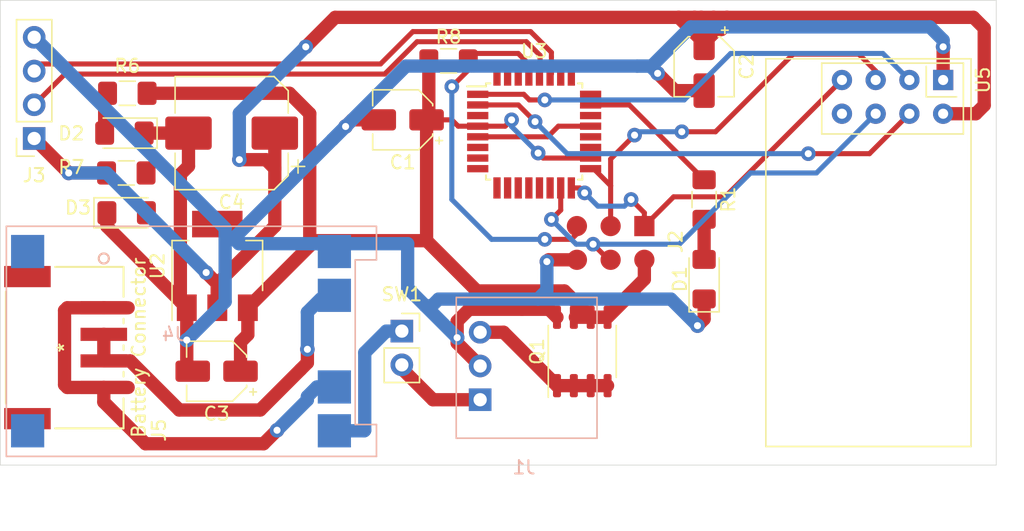
<source format=kicad_pcb>
(kicad_pcb (version 20171130) (host pcbnew "(5.1.6)-1")

  (general
    (thickness 1.6)
    (drawings 6)
    (tracks 269)
    (zones 0)
    (modules 21)
    (nets 22)
  )

  (page A4)
  (layers
    (0 F.Cu signal)
    (31 B.Cu signal)
    (32 B.Adhes user)
    (33 F.Adhes user hide)
    (34 B.Paste user)
    (35 F.Paste user)
    (36 B.SilkS user)
    (37 F.SilkS user)
    (38 B.Mask user)
    (39 F.Mask user)
    (40 Dwgs.User user)
    (41 Cmts.User user)
    (42 Eco1.User user)
    (43 Eco2.User user)
    (44 Edge.Cuts user)
    (45 Margin user)
    (46 B.CrtYd user)
    (47 F.CrtYd user)
    (48 B.Fab user)
    (49 F.Fab user hide)
  )

  (setup
    (last_trace_width 0.381)
    (user_trace_width 0.3)
    (user_trace_width 0.381)
    (user_trace_width 1)
    (trace_clearance 0.381)
    (zone_clearance 0.508)
    (zone_45_only no)
    (trace_min 0.2)
    (via_size 1.1)
    (via_drill 0.53)
    (via_min_size 0.4)
    (via_min_drill 0.3)
    (uvia_size 0.3)
    (uvia_drill 0.1)
    (uvias_allowed no)
    (uvia_min_size 0.2)
    (uvia_min_drill 0.1)
    (edge_width 0.05)
    (segment_width 0.2)
    (pcb_text_width 0.3)
    (pcb_text_size 1.5 1.5)
    (mod_edge_width 0.12)
    (mod_text_size 1 1)
    (mod_text_width 0.15)
    (pad_size 1.7 1.7)
    (pad_drill 0)
    (pad_to_mask_clearance 0.05)
    (aux_axis_origin 0 0)
    (visible_elements 7FFFFFFF)
    (pcbplotparams
      (layerselection 0x010f0_ffffffff)
      (usegerberextensions false)
      (usegerberattributes false)
      (usegerberadvancedattributes false)
      (creategerberjobfile false)
      (excludeedgelayer true)
      (linewidth 0.100000)
      (plotframeref false)
      (viasonmask false)
      (mode 1)
      (useauxorigin false)
      (hpglpennumber 1)
      (hpglpenspeed 20)
      (hpglpendiameter 15.000000)
      (psnegative false)
      (psa4output false)
      (plotreference true)
      (plotvalue false)
      (plotinvisibletext false)
      (padsonsilk true)
      (subtractmaskfromsilk false)
      (outputformat 1)
      (mirror false)
      (drillshape 0)
      (scaleselection 1)
      (outputdirectory "JLC Gerbers/"))
  )

  (net 0 "")
  (net 1 GND)
  (net 2 +5V)
  (net 3 +3V3)
  (net 4 "Net-(D1-Pad2)")
  (net 5 "Net-(D2-Pad2)")
  (net 6 "Net-(D3-Pad2)")
  (net 7 "Net-(J1-Pad3)")
  (net 8 "Net-(J1-Pad1)")
  (net 9 RST)
  (net 10 MOSI)
  (net 11 SCK)
  (net 12 MISO)
  (net 13 SDA)
  (net 14 SCL)
  (net 15 "Net-(J4-Pad2)")
  (net 16 "Net-(J4-Pad1)")
  (net 17 LED_STATUS)
  (net 18 "Net-(U3-Pad21)")
  (net 19 CSN)
  (net 20 CE)
  (net 21 "Net-(J4-Pad3)")

  (net_class Default "This is the default net class."
    (clearance 0.381)
    (trace_width 0.381)
    (via_dia 1.1)
    (via_drill 0.53)
    (uvia_dia 0.3)
    (uvia_drill 0.1)
    (add_net +3V3)
    (add_net +5V)
    (add_net CE)
    (add_net CSN)
    (add_net GND)
    (add_net LED_STATUS)
    (add_net MISO)
    (add_net MOSI)
    (add_net "Net-(D1-Pad2)")
    (add_net "Net-(D2-Pad2)")
    (add_net "Net-(D3-Pad2)")
    (add_net "Net-(J1-Pad1)")
    (add_net "Net-(J1-Pad3)")
    (add_net "Net-(J4-Pad1)")
    (add_net "Net-(J4-Pad2)")
    (add_net "Net-(J4-Pad3)")
    (add_net "Net-(U3-Pad21)")
    (add_net RST)
    (add_net SCK)
    (add_net SCL)
    (add_net SDA)
  )

  (module "Common Custom Footprints:Battery_Manager" (layer B.Cu) (tedit 6033F398) (tstamp 60210318)
    (at 80.456 72.016)
    (descr "Through hole straight pin header, 1x06, 2.54mm pitch, single row")
    (tags "Through hole pin header THT 1x06 2.54mm single row")
    (path /600A8371)
    (fp_text reference J4 (at 12.573 8.128) (layer B.SilkS)
      (effects (font (size 1 1) (thickness 0.15)) (justify mirror))
    )
    (fp_text value "Charge Controller" (at 14.54 -0.896) (layer B.Fab)
      (effects (font (size 1 1) (thickness 0.15)) (justify mirror))
    )
    (fp_line (start 23.47 15.53) (end 25.375 15.53) (layer B.Fab) (width 0.1))
    (fp_line (start 25.4 0) (end 22.86 0) (layer B.Fab) (width 0.1))
    (fp_line (start 22.33 -0.53) (end 25.93 -0.53) (layer B.CrtYd) (width 0.05))
    (fp_line (start 0 17.33) (end 0 0) (layer B.SilkS) (width 0.12))
    (fp_line (start 0 0) (end 27.87 0) (layer B.SilkS) (width 0.12))
    (fp_line (start 27.87 0.03) (end 27.87 2.53) (layer B.SilkS) (width 0.12))
    (fp_line (start 27.87 2.53) (end 26.27 2.53) (layer B.SilkS) (width 0.12))
    (fp_line (start 26.27 2.53) (end 26.27 14.93) (layer B.SilkS) (width 0.12))
    (fp_line (start 26.27 14.93) (end 27.87 14.93) (layer B.SilkS) (width 0.12))
    (fp_line (start 27.87 14.93) (end 27.87 17.33) (layer B.SilkS) (width 0.12))
    (fp_line (start 27.87 17.33) (end 0 17.33) (layer B.SilkS) (width 0.12))
    (fp_text user %R (at 24.13 7.62 270) (layer B.Fab)
      (effects (font (size 1 1) (thickness 0.15)) (justify mirror))
    )
    (pad 6 smd rect (at 1.6 1.9) (size 2.5 2.5) (layers B.Cu B.Paste B.Mask))
    (pad 5 smd rect (at 1.6 15.4) (size 2.5 2.5) (layers B.Cu B.Paste B.Mask))
    (pad 4 smd rect (at 24.7 1.9) (size 2.5 2.5) (layers B.Cu B.Paste B.Mask)
      (net 1 GND))
    (pad 3 smd rect (at 24.7 5.2) (size 2.5 2.5) (layers B.Cu B.Paste B.Mask)
      (net 21 "Net-(J4-Pad3)"))
    (pad 2 smd rect (at 24.7 12.1) (size 2.5 2.5) (layers B.Cu B.Paste B.Mask)
      (net 15 "Net-(J4-Pad2)"))
    (pad 1 smd rect (at 24.7 15.4) (size 2.5 2.5) (layers B.Cu B.Paste B.Mask)
      (net 16 "Net-(J4-Pad1)"))
    (model ${KISYS3DMOD}/Connector_PinHeader_2.54mm.3dshapes/PinHeader_1x06_P2.54mm_Vertical.wrl
      (at (xyz 0 0 0))
      (scale (xyz 1 1 1))
      (rotate (xyz 0 0 0))
    )
  )

  (module "Common Custom Footprints:Boost_Converter" (layer B.Cu) (tedit 6020A5A1) (tstamp 602102DC)
    (at 119.634 82.677)
    (descr "Through hole straight pin header, 1x03, 2.54mm pitch, single row")
    (tags "Through hole pin header THT 1x03 2.54mm single row")
    (path /600ABC39)
    (fp_text reference J1 (at -0.2 7.5) (layer B.SilkS)
      (effects (font (size 1 1) (thickness 0.15)) (justify mirror))
    )
    (fp_text value "Boost Board" (at 0.2 -7.8) (layer B.Fab)
      (effects (font (size 1 1) (thickness 0.15)) (justify mirror))
    )
    (fp_line (start -5.3 5.3) (end 5.3 5.3) (layer B.SilkS) (width 0.12))
    (fp_line (start 5.3 5.3) (end 5.3 -5.3) (layer B.SilkS) (width 0.12))
    (fp_line (start 5.3 -5.3) (end -5.3 -5.3) (layer B.SilkS) (width 0.12))
    (fp_line (start -5.3 -5.3) (end -5.3 5.3) (layer B.SilkS) (width 0.12))
    (fp_line (start -5.3 5.3) (end -5.2 5.3) (layer B.SilkS) (width 0.12))
    (pad 3 thru_hole oval (at -3.5 -2.68) (size 1.7 1.7) (drill 1) (layers *.Cu *.Mask)
      (net 7 "Net-(J1-Pad3)"))
    (pad 2 thru_hole oval (at -3.5 -0.14) (size 1.7 1.7) (drill 1) (layers *.Cu *.Mask)
      (net 1 GND))
    (pad 1 thru_hole rect (at -3.5 2.4) (size 1.7 1.7) (drill 1) (layers *.Cu *.Mask)
      (net 8 "Net-(J1-Pad1)"))
    (model ${KISYS3DMOD}/Connector_PinHeader_2.54mm.3dshapes/PinHeader_1x03_P2.54mm_Vertical.wrl
      (at (xyz 0 0 0))
      (scale (xyz 1 1 1))
      (rotate (xyz 0 0 0))
    )
  )

  (module RF_Module:nRF24L01_Breakout (layer F.Cu) (tedit 5A056C61) (tstamp 60210423)
    (at 151 61 270)
    (descr "nRF24L01 breakout board")
    (tags "nRF24L01 adapter breakout")
    (path /6008A65C)
    (fp_text reference U5 (at 0 -3 90) (layer F.SilkS)
      (effects (font (size 1 1) (thickness 0.15)))
    )
    (fp_text value NRF24L01_Breakout (at 13 5 90) (layer F.Fab)
      (effects (font (size 1 1) (thickness 0.15)))
    )
    (fp_line (start -1.5 -2) (end 27.5 -2) (layer F.Fab) (width 0.1))
    (fp_line (start 27.5 -2) (end 27.5 13.25) (layer F.Fab) (width 0.1))
    (fp_line (start 27.5 13.25) (end -1.5 13.25) (layer F.Fab) (width 0.1))
    (fp_line (start -1.5 13.25) (end -1.5 -2) (layer F.Fab) (width 0.1))
    (fp_line (start -1.5 -2) (end -1.5 -2) (layer F.Fab) (width 0.1))
    (fp_line (start -1.27 -1.27) (end 3.81 -1.27) (layer F.Fab) (width 0.1))
    (fp_line (start 3.81 -1.27) (end 3.81 8.89) (layer F.Fab) (width 0.1))
    (fp_line (start 3.81 8.89) (end -1.27 8.89) (layer F.Fab) (width 0.1))
    (fp_line (start -1.27 8.89) (end -1.27 -1.27) (layer F.Fab) (width 0.1))
    (fp_line (start -1.27 -1.27) (end -1.27 -1.27) (layer F.Fab) (width 0.1))
    (fp_line (start -1.27 -1.524) (end 4.064 -1.524) (layer F.SilkS) (width 0.12))
    (fp_line (start 4.064 -1.524) (end 4.064 9.144) (layer F.SilkS) (width 0.12))
    (fp_line (start 4.064 9.144) (end -1.27 9.144) (layer F.SilkS) (width 0.12))
    (fp_line (start -1.27 9.144) (end -1.27 9.144) (layer F.SilkS) (width 0.12))
    (fp_line (start 1.27 -1.016) (end 1.27 1.27) (layer F.SilkS) (width 0.12))
    (fp_line (start 1.27 1.27) (end -1.016 1.27) (layer F.SilkS) (width 0.12))
    (fp_line (start -1.016 1.27) (end -1.016 1.27) (layer F.SilkS) (width 0.12))
    (fp_line (start -1.6 -2.1) (end 27.6 -2.1) (layer F.SilkS) (width 0.12))
    (fp_line (start 27.6 -2.1) (end 27.6 13.35) (layer F.SilkS) (width 0.12))
    (fp_line (start 27.6 13.35) (end -1.6 13.35) (layer F.SilkS) (width 0.12))
    (fp_line (start -1.6 13.35) (end -1.6 -2.1) (layer F.SilkS) (width 0.12))
    (fp_line (start -1.6 -2.1) (end -1.6 -2.1) (layer F.SilkS) (width 0.12))
    (fp_line (start -1.27 9.144) (end -1.27 -1.524) (layer F.SilkS) (width 0.12))
    (fp_line (start -1.27 -1.524) (end -1.27 -1.524) (layer F.SilkS) (width 0.12))
    (fp_line (start 27.75 -2.25) (end -1.75 -2.25) (layer F.CrtYd) (width 0.05))
    (fp_line (start -1.75 -2.25) (end -1.75 13.5) (layer F.CrtYd) (width 0.05))
    (fp_line (start -1.75 13.5) (end 27.75 13.5) (layer F.CrtYd) (width 0.05))
    (fp_line (start 27.75 13.5) (end 27.75 -2.25) (layer F.CrtYd) (width 0.05))
    (fp_line (start 27.75 -2.25) (end 27.75 -2.25) (layer F.CrtYd) (width 0.05))
    (fp_text user %R (at 12.5 2.5 90) (layer F.Fab)
      (effects (font (size 1 1) (thickness 0.15)))
    )
    (pad 8 thru_hole circle (at 2.54 7.62 270) (size 1.524 1.524) (drill 0.762) (layers *.Cu *.Mask))
    (pad 7 thru_hole circle (at 0 7.62 270) (size 1.524 1.524) (drill 0.762) (layers *.Cu *.Mask)
      (net 12 MISO))
    (pad 6 thru_hole circle (at 2.54 5.08 270) (size 1.524 1.524) (drill 0.762) (layers *.Cu *.Mask)
      (net 10 MOSI))
    (pad 5 thru_hole circle (at 0 5.08 270) (size 1.524 1.524) (drill 0.762) (layers *.Cu *.Mask)
      (net 11 SCK))
    (pad 4 thru_hole circle (at 2.54 2.54 270) (size 1.524 1.524) (drill 0.762) (layers *.Cu *.Mask)
      (net 19 CSN))
    (pad 3 thru_hole circle (at 0 2.54 270) (size 1.524 1.524) (drill 0.762) (layers *.Cu *.Mask)
      (net 20 CE))
    (pad 2 thru_hole circle (at 2.54 0 270) (size 1.524 1.524) (drill 0.762) (layers *.Cu *.Mask)
      (net 3 +3V3))
    (pad 1 thru_hole rect (at 0 0 270) (size 1.524 1.524) (drill 0.762) (layers *.Cu *.Mask)
      (net 1 GND))
    (model ${KISYS3DMOD}/RF_Module.3dshapes/nRF24L01_Breakout.wrl
      (at (xyz 0 0 0))
      (scale (xyz 1 1 1))
      (rotate (xyz 0 0 0))
    )
  )

  (module Package_QFP:TQFP-32_7x7mm_P0.8mm (layer F.Cu) (tedit 5A02F146) (tstamp 602103F9)
    (at 120.201 64.878)
    (descr "32-Lead Plastic Thin Quad Flatpack (PT) - 7x7x1.0 mm Body, 2.00 mm [TQFP] (see Microchip Packaging Specification 00000049BS.pdf)")
    (tags "QFP 0.8")
    (path /60065569)
    (attr smd)
    (fp_text reference U3 (at 0 -6.05) (layer F.SilkS)
      (effects (font (size 1 1) (thickness 0.15)))
    )
    (fp_text value ATtiny88-AU (at 0 6.05) (layer F.Fab)
      (effects (font (size 1 1) (thickness 0.15)))
    )
    (fp_line (start -2.5 -3.5) (end 3.5 -3.5) (layer F.Fab) (width 0.15))
    (fp_line (start 3.5 -3.5) (end 3.5 3.5) (layer F.Fab) (width 0.15))
    (fp_line (start 3.5 3.5) (end -3.5 3.5) (layer F.Fab) (width 0.15))
    (fp_line (start -3.5 3.5) (end -3.5 -2.5) (layer F.Fab) (width 0.15))
    (fp_line (start -3.5 -2.5) (end -2.5 -3.5) (layer F.Fab) (width 0.15))
    (fp_line (start -5.3 -5.3) (end -5.3 5.3) (layer F.CrtYd) (width 0.05))
    (fp_line (start 5.3 -5.3) (end 5.3 5.3) (layer F.CrtYd) (width 0.05))
    (fp_line (start -5.3 -5.3) (end 5.3 -5.3) (layer F.CrtYd) (width 0.05))
    (fp_line (start -5.3 5.3) (end 5.3 5.3) (layer F.CrtYd) (width 0.05))
    (fp_line (start -3.625 -3.625) (end -3.625 -3.4) (layer F.SilkS) (width 0.15))
    (fp_line (start 3.625 -3.625) (end 3.625 -3.3) (layer F.SilkS) (width 0.15))
    (fp_line (start 3.625 3.625) (end 3.625 3.3) (layer F.SilkS) (width 0.15))
    (fp_line (start -3.625 3.625) (end -3.625 3.3) (layer F.SilkS) (width 0.15))
    (fp_line (start -3.625 -3.625) (end -3.3 -3.625) (layer F.SilkS) (width 0.15))
    (fp_line (start -3.625 3.625) (end -3.3 3.625) (layer F.SilkS) (width 0.15))
    (fp_line (start 3.625 3.625) (end 3.3 3.625) (layer F.SilkS) (width 0.15))
    (fp_line (start 3.625 -3.625) (end 3.3 -3.625) (layer F.SilkS) (width 0.15))
    (fp_line (start -3.625 -3.4) (end -5.05 -3.4) (layer F.SilkS) (width 0.15))
    (fp_text user %R (at 0 0) (layer F.Fab)
      (effects (font (size 1 1) (thickness 0.15)))
    )
    (pad 32 smd rect (at -2.8 -4.25 90) (size 1.6 0.55) (layers F.Cu F.Paste F.Mask))
    (pad 31 smd rect (at -2 -4.25 90) (size 1.6 0.55) (layers F.Cu F.Paste F.Mask))
    (pad 30 smd rect (at -1.2 -4.25 90) (size 1.6 0.55) (layers F.Cu F.Paste F.Mask))
    (pad 29 smd rect (at -0.4 -4.25 90) (size 1.6 0.55) (layers F.Cu F.Paste F.Mask)
      (net 9 RST))
    (pad 28 smd rect (at 0.4 -4.25 90) (size 1.6 0.55) (layers F.Cu F.Paste F.Mask)
      (net 14 SCL))
    (pad 27 smd rect (at 1.2 -4.25 90) (size 1.6 0.55) (layers F.Cu F.Paste F.Mask)
      (net 13 SDA))
    (pad 26 smd rect (at 2 -4.25 90) (size 1.6 0.55) (layers F.Cu F.Paste F.Mask))
    (pad 25 smd rect (at 2.8 -4.25 90) (size 1.6 0.55) (layers F.Cu F.Paste F.Mask))
    (pad 24 smd rect (at 4.25 -2.8) (size 1.6 0.55) (layers F.Cu F.Paste F.Mask))
    (pad 23 smd rect (at 4.25 -2) (size 1.6 0.55) (layers F.Cu F.Paste F.Mask)
      (net 17 LED_STATUS))
    (pad 22 smd rect (at 4.25 -1.2) (size 1.6 0.55) (layers F.Cu F.Paste F.Mask))
    (pad 21 smd rect (at 4.25 -0.4) (size 1.6 0.55) (layers F.Cu F.Paste F.Mask)
      (net 18 "Net-(U3-Pad21)"))
    (pad 20 smd rect (at 4.25 0.4) (size 1.6 0.55) (layers F.Cu F.Paste F.Mask))
    (pad 19 smd rect (at 4.25 1.2) (size 1.6 0.55) (layers F.Cu F.Paste F.Mask))
    (pad 18 smd rect (at 4.25 2) (size 1.6 0.55) (layers F.Cu F.Paste F.Mask)
      (net 2 +5V))
    (pad 17 smd rect (at 4.25 2.8) (size 1.6 0.55) (layers F.Cu F.Paste F.Mask)
      (net 11 SCK))
    (pad 16 smd rect (at 2.8 4.25 90) (size 1.6 0.55) (layers F.Cu F.Paste F.Mask)
      (net 12 MISO))
    (pad 15 smd rect (at 2 4.25 90) (size 1.6 0.55) (layers F.Cu F.Paste F.Mask)
      (net 10 MOSI))
    (pad 14 smd rect (at 1.2 4.25 90) (size 1.6 0.55) (layers F.Cu F.Paste F.Mask))
    (pad 13 smd rect (at 0.4 4.25 90) (size 1.6 0.55) (layers F.Cu F.Paste F.Mask))
    (pad 12 smd rect (at -0.4 4.25 90) (size 1.6 0.55) (layers F.Cu F.Paste F.Mask))
    (pad 11 smd rect (at -1.2 4.25 90) (size 1.6 0.55) (layers F.Cu F.Paste F.Mask))
    (pad 10 smd rect (at -2 4.25 90) (size 1.6 0.55) (layers F.Cu F.Paste F.Mask))
    (pad 9 smd rect (at -2.8 4.25 90) (size 1.6 0.55) (layers F.Cu F.Paste F.Mask))
    (pad 8 smd rect (at -4.25 2.8) (size 1.6 0.55) (layers F.Cu F.Paste F.Mask))
    (pad 7 smd rect (at -4.25 2) (size 1.6 0.55) (layers F.Cu F.Paste F.Mask))
    (pad 6 smd rect (at -4.25 1.2) (size 1.6 0.55) (layers F.Cu F.Paste F.Mask))
    (pad 5 smd rect (at -4.25 0.4) (size 1.6 0.55) (layers F.Cu F.Paste F.Mask)
      (net 18 "Net-(U3-Pad21)"))
    (pad 4 smd rect (at -4.25 -0.4) (size 1.6 0.55) (layers F.Cu F.Paste F.Mask)
      (net 2 +5V))
    (pad 3 smd rect (at -4.25 -1.2) (size 1.6 0.55) (layers F.Cu F.Paste F.Mask))
    (pad 2 smd rect (at -4.25 -2) (size 1.6 0.55) (layers F.Cu F.Paste F.Mask)
      (net 19 CSN))
    (pad 1 smd rect (at -4.25 -2.8) (size 1.6 0.55) (layers F.Cu F.Paste F.Mask)
      (net 20 CE))
    (model ${KISYS3DMOD}/Package_QFP.3dshapes/TQFP-32_7x7mm_P0.8mm.wrl
      (at (xyz 0 0 0))
      (scale (xyz 1 1 1))
      (rotate (xyz 0 0 0))
    )
  )

  (module Package_TO_SOT_SMD:SOT-223 (layer F.Cu) (tedit 5A02FF57) (tstamp 602103C2)
    (at 96.34 75 90)
    (descr "module CMS SOT223 4 pins")
    (tags "CMS SOT")
    (path /6006730A)
    (attr smd)
    (fp_text reference U2 (at 0 -4.5 90) (layer F.SilkS)
      (effects (font (size 1 1) (thickness 0.15)))
    )
    (fp_text value LM1117-3.3 (at 0 4.5 90) (layer F.Fab)
      (effects (font (size 1 1) (thickness 0.15)))
    )
    (fp_line (start -1.85 -2.3) (end -0.8 -3.35) (layer F.Fab) (width 0.1))
    (fp_line (start 1.91 3.41) (end 1.91 2.15) (layer F.SilkS) (width 0.12))
    (fp_line (start 1.91 -3.41) (end 1.91 -2.15) (layer F.SilkS) (width 0.12))
    (fp_line (start 4.4 -3.6) (end -4.4 -3.6) (layer F.CrtYd) (width 0.05))
    (fp_line (start 4.4 3.6) (end 4.4 -3.6) (layer F.CrtYd) (width 0.05))
    (fp_line (start -4.4 3.6) (end 4.4 3.6) (layer F.CrtYd) (width 0.05))
    (fp_line (start -4.4 -3.6) (end -4.4 3.6) (layer F.CrtYd) (width 0.05))
    (fp_line (start -1.85 -2.3) (end -1.85 3.35) (layer F.Fab) (width 0.1))
    (fp_line (start -1.85 3.41) (end 1.91 3.41) (layer F.SilkS) (width 0.12))
    (fp_line (start -0.8 -3.35) (end 1.85 -3.35) (layer F.Fab) (width 0.1))
    (fp_line (start -4.1 -3.41) (end 1.91 -3.41) (layer F.SilkS) (width 0.12))
    (fp_line (start -1.85 3.35) (end 1.85 3.35) (layer F.Fab) (width 0.1))
    (fp_line (start 1.85 -3.35) (end 1.85 3.35) (layer F.Fab) (width 0.1))
    (fp_text user %R (at 0 0) (layer F.Fab)
      (effects (font (size 0.8 0.8) (thickness 0.12)))
    )
    (pad 1 smd rect (at -3.15 -2.3 90) (size 2 1.5) (layers F.Cu F.Paste F.Mask)
      (net 1 GND))
    (pad 3 smd rect (at -3.15 2.3 90) (size 2 1.5) (layers F.Cu F.Paste F.Mask)
      (net 2 +5V))
    (pad 2 smd rect (at -3.15 0 90) (size 2 1.5) (layers F.Cu F.Paste F.Mask)
      (net 3 +3V3))
    (pad 4 smd rect (at 3.15 0 90) (size 2 3.8) (layers F.Cu F.Paste F.Mask))
    (model ${KISYS3DMOD}/Package_TO_SOT_SMD.3dshapes/SOT-223.wrl
      (at (xyz 0 0 0))
      (scale (xyz 1 1 1))
      (rotate (xyz 0 0 0))
    )
  )

  (module Connector_PinSocket_2.54mm:PinSocket_1x02_P2.54mm_Vertical (layer F.Cu) (tedit 5A19A420) (tstamp 602103AC)
    (at 110.236 79.91)
    (descr "Through hole straight socket strip, 1x02, 2.54mm pitch, single row (from Kicad 4.0.7), script generated")
    (tags "Through hole socket strip THT 1x02 2.54mm single row")
    (path /600B12BC)
    (fp_text reference SW1 (at 0 -2.77) (layer F.SilkS)
      (effects (font (size 1 1) (thickness 0.15)))
    )
    (fp_text value SW_SPST (at 0 5.31) (layer F.Fab)
      (effects (font (size 1 1) (thickness 0.15)))
    )
    (fp_line (start -1.27 -1.27) (end 0.635 -1.27) (layer F.Fab) (width 0.1))
    (fp_line (start 0.635 -1.27) (end 1.27 -0.635) (layer F.Fab) (width 0.1))
    (fp_line (start 1.27 -0.635) (end 1.27 3.81) (layer F.Fab) (width 0.1))
    (fp_line (start 1.27 3.81) (end -1.27 3.81) (layer F.Fab) (width 0.1))
    (fp_line (start -1.27 3.81) (end -1.27 -1.27) (layer F.Fab) (width 0.1))
    (fp_line (start -1.33 1.27) (end 1.33 1.27) (layer F.SilkS) (width 0.12))
    (fp_line (start -1.33 1.27) (end -1.33 3.87) (layer F.SilkS) (width 0.12))
    (fp_line (start -1.33 3.87) (end 1.33 3.87) (layer F.SilkS) (width 0.12))
    (fp_line (start 1.33 1.27) (end 1.33 3.87) (layer F.SilkS) (width 0.12))
    (fp_line (start 1.33 -1.33) (end 1.33 0) (layer F.SilkS) (width 0.12))
    (fp_line (start 0 -1.33) (end 1.33 -1.33) (layer F.SilkS) (width 0.12))
    (fp_line (start -1.8 -1.8) (end 1.75 -1.8) (layer F.CrtYd) (width 0.05))
    (fp_line (start 1.75 -1.8) (end 1.75 4.3) (layer F.CrtYd) (width 0.05))
    (fp_line (start 1.75 4.3) (end -1.8 4.3) (layer F.CrtYd) (width 0.05))
    (fp_line (start -1.8 4.3) (end -1.8 -1.8) (layer F.CrtYd) (width 0.05))
    (fp_text user %R (at 0 1.27 90) (layer F.Fab)
      (effects (font (size 1 1) (thickness 0.15)))
    )
    (pad 2 thru_hole oval (at 0 2.54) (size 1.7 1.7) (drill 1) (layers *.Cu *.Mask)
      (net 8 "Net-(J1-Pad1)"))
    (pad 1 thru_hole rect (at 0 0) (size 1.7 1.7) (drill 1) (layers *.Cu *.Mask)
      (net 16 "Net-(J4-Pad1)"))
    (model ${KISYS3DMOD}/Connector_PinSocket_2.54mm.3dshapes/PinSocket_1x02_P2.54mm_Vertical.wrl
      (at (xyz 0 0 0))
      (scale (xyz 1 1 1))
      (rotate (xyz 0 0 0))
    )
  )

  (module Resistor_SMD:R_1206_3216Metric_Pad1.42x1.75mm_HandSolder (layer F.Cu) (tedit 5B301BBD) (tstamp 60210396)
    (at 113.7555 59.563)
    (descr "Resistor SMD 1206 (3216 Metric), square (rectangular) end terminal, IPC_7351 nominal with elongated pad for handsoldering. (Body size source: http://www.tortai-tech.com/upload/download/2011102023233369053.pdf), generated with kicad-footprint-generator")
    (tags "resistor handsolder")
    (path /600FEC28)
    (attr smd)
    (fp_text reference R8 (at 0 -1.82) (layer F.SilkS)
      (effects (font (size 1 1) (thickness 0.15)))
    )
    (fp_text value 10k (at 0 1.82) (layer F.Fab)
      (effects (font (size 1 1) (thickness 0.15)))
    )
    (fp_line (start -1.6 0.8) (end -1.6 -0.8) (layer F.Fab) (width 0.1))
    (fp_line (start -1.6 -0.8) (end 1.6 -0.8) (layer F.Fab) (width 0.1))
    (fp_line (start 1.6 -0.8) (end 1.6 0.8) (layer F.Fab) (width 0.1))
    (fp_line (start 1.6 0.8) (end -1.6 0.8) (layer F.Fab) (width 0.1))
    (fp_line (start -0.602064 -0.91) (end 0.602064 -0.91) (layer F.SilkS) (width 0.12))
    (fp_line (start -0.602064 0.91) (end 0.602064 0.91) (layer F.SilkS) (width 0.12))
    (fp_line (start -2.45 1.12) (end -2.45 -1.12) (layer F.CrtYd) (width 0.05))
    (fp_line (start -2.45 -1.12) (end 2.45 -1.12) (layer F.CrtYd) (width 0.05))
    (fp_line (start 2.45 -1.12) (end 2.45 1.12) (layer F.CrtYd) (width 0.05))
    (fp_line (start 2.45 1.12) (end -2.45 1.12) (layer F.CrtYd) (width 0.05))
    (fp_text user %R (at 0 0) (layer F.Fab)
      (effects (font (size 0.8 0.8) (thickness 0.12)))
    )
    (pad 2 smd roundrect (at 1.4875 0) (size 1.425 1.75) (layers F.Cu F.Paste F.Mask) (roundrect_rratio 0.175439)
      (net 9 RST))
    (pad 1 smd roundrect (at -1.4875 0) (size 1.425 1.75) (layers F.Cu F.Paste F.Mask) (roundrect_rratio 0.175439)
      (net 2 +5V))
    (model ${KISYS3DMOD}/Resistor_SMD.3dshapes/R_1206_3216Metric.wrl
      (at (xyz 0 0 0))
      (scale (xyz 1 1 1))
      (rotate (xyz 0 0 0))
    )
  )

  (module Resistor_SMD:R_1206_3216Metric_Pad1.42x1.75mm_HandSolder (layer F.Cu) (tedit 5B301BBD) (tstamp 60210385)
    (at 89.4875 68)
    (descr "Resistor SMD 1206 (3216 Metric), square (rectangular) end terminal, IPC_7351 nominal with elongated pad for handsoldering. (Body size source: http://www.tortai-tech.com/upload/download/2011102023233369053.pdf), generated with kicad-footprint-generator")
    (tags "resistor handsolder")
    (path /600C717C)
    (attr smd)
    (fp_text reference R7 (at -4.1435 -0.436) (layer F.SilkS)
      (effects (font (size 1 1) (thickness 0.15)))
    )
    (fp_text value 220 (at 0 1.82) (layer F.Fab)
      (effects (font (size 1 1) (thickness 0.15)))
    )
    (fp_line (start -1.6 0.8) (end -1.6 -0.8) (layer F.Fab) (width 0.1))
    (fp_line (start -1.6 -0.8) (end 1.6 -0.8) (layer F.Fab) (width 0.1))
    (fp_line (start 1.6 -0.8) (end 1.6 0.8) (layer F.Fab) (width 0.1))
    (fp_line (start 1.6 0.8) (end -1.6 0.8) (layer F.Fab) (width 0.1))
    (fp_line (start -0.602064 -0.91) (end 0.602064 -0.91) (layer F.SilkS) (width 0.12))
    (fp_line (start -0.602064 0.91) (end 0.602064 0.91) (layer F.SilkS) (width 0.12))
    (fp_line (start -2.45 1.12) (end -2.45 -1.12) (layer F.CrtYd) (width 0.05))
    (fp_line (start -2.45 -1.12) (end 2.45 -1.12) (layer F.CrtYd) (width 0.05))
    (fp_line (start 2.45 -1.12) (end 2.45 1.12) (layer F.CrtYd) (width 0.05))
    (fp_line (start 2.45 1.12) (end -2.45 1.12) (layer F.CrtYd) (width 0.05))
    (fp_text user %R (at 0 0) (layer F.Fab)
      (effects (font (size 0.8 0.8) (thickness 0.12)))
    )
    (pad 2 smd roundrect (at 1.4875 0) (size 1.425 1.75) (layers F.Cu F.Paste F.Mask) (roundrect_rratio 0.175439)
      (net 6 "Net-(D3-Pad2)"))
    (pad 1 smd roundrect (at -1.4875 0) (size 1.425 1.75) (layers F.Cu F.Paste F.Mask) (roundrect_rratio 0.175439)
      (net 3 +3V3))
    (model ${KISYS3DMOD}/Resistor_SMD.3dshapes/R_1206_3216Metric.wrl
      (at (xyz 0 0 0))
      (scale (xyz 1 1 1))
      (rotate (xyz 0 0 0))
    )
  )

  (module Resistor_SMD:R_1206_3216Metric_Pad1.42x1.75mm_HandSolder (layer F.Cu) (tedit 5B301BBD) (tstamp 60210374)
    (at 89.5615 62 180)
    (descr "Resistor SMD 1206 (3216 Metric), square (rectangular) end terminal, IPC_7351 nominal with elongated pad for handsoldering. (Body size source: http://www.tortai-tech.com/upload/download/2011102023233369053.pdf), generated with kicad-footprint-generator")
    (tags "resistor handsolder")
    (path /600C69F1)
    (attr smd)
    (fp_text reference R6 (at 0 2.056) (layer F.SilkS)
      (effects (font (size 1 1) (thickness 0.15)))
    )
    (fp_text value 330 (at 0 1.82) (layer F.Fab)
      (effects (font (size 1 1) (thickness 0.15)))
    )
    (fp_line (start -1.6 0.8) (end -1.6 -0.8) (layer F.Fab) (width 0.1))
    (fp_line (start -1.6 -0.8) (end 1.6 -0.8) (layer F.Fab) (width 0.1))
    (fp_line (start 1.6 -0.8) (end 1.6 0.8) (layer F.Fab) (width 0.1))
    (fp_line (start 1.6 0.8) (end -1.6 0.8) (layer F.Fab) (width 0.1))
    (fp_line (start -0.602064 -0.91) (end 0.602064 -0.91) (layer F.SilkS) (width 0.12))
    (fp_line (start -0.602064 0.91) (end 0.602064 0.91) (layer F.SilkS) (width 0.12))
    (fp_line (start -2.45 1.12) (end -2.45 -1.12) (layer F.CrtYd) (width 0.05))
    (fp_line (start -2.45 -1.12) (end 2.45 -1.12) (layer F.CrtYd) (width 0.05))
    (fp_line (start 2.45 -1.12) (end 2.45 1.12) (layer F.CrtYd) (width 0.05))
    (fp_line (start 2.45 1.12) (end -2.45 1.12) (layer F.CrtYd) (width 0.05))
    (fp_text user %R (at 0 0) (layer F.Fab)
      (effects (font (size 0.8 0.8) (thickness 0.12)))
    )
    (pad 2 smd roundrect (at 1.4875 0 180) (size 1.425 1.75) (layers F.Cu F.Paste F.Mask) (roundrect_rratio 0.175439)
      (net 5 "Net-(D2-Pad2)"))
    (pad 1 smd roundrect (at -1.4875 0 180) (size 1.425 1.75) (layers F.Cu F.Paste F.Mask) (roundrect_rratio 0.175439)
      (net 2 +5V))
    (model ${KISYS3DMOD}/Resistor_SMD.3dshapes/R_1206_3216Metric.wrl
      (at (xyz 0 0 0))
      (scale (xyz 1 1 1))
      (rotate (xyz 0 0 0))
    )
  )

  (module Resistor_SMD:R_1206_3216Metric_Pad1.42x1.75mm_HandSolder (layer F.Cu) (tedit 5B301BBD) (tstamp 60210363)
    (at 133 70 270)
    (descr "Resistor SMD 1206 (3216 Metric), square (rectangular) end terminal, IPC_7351 nominal with elongated pad for handsoldering. (Body size source: http://www.tortai-tech.com/upload/download/2011102023233369053.pdf), generated with kicad-footprint-generator")
    (tags "resistor handsolder")
    (path /600E242A)
    (attr smd)
    (fp_text reference R1 (at 0 -1.82 90) (layer F.SilkS)
      (effects (font (size 1 1) (thickness 0.15)))
    )
    (fp_text value 330 (at 0 1.82 90) (layer F.Fab)
      (effects (font (size 1 1) (thickness 0.15)))
    )
    (fp_line (start -1.6 0.8) (end -1.6 -0.8) (layer F.Fab) (width 0.1))
    (fp_line (start -1.6 -0.8) (end 1.6 -0.8) (layer F.Fab) (width 0.1))
    (fp_line (start 1.6 -0.8) (end 1.6 0.8) (layer F.Fab) (width 0.1))
    (fp_line (start 1.6 0.8) (end -1.6 0.8) (layer F.Fab) (width 0.1))
    (fp_line (start -0.602064 -0.91) (end 0.602064 -0.91) (layer F.SilkS) (width 0.12))
    (fp_line (start -0.602064 0.91) (end 0.602064 0.91) (layer F.SilkS) (width 0.12))
    (fp_line (start -2.45 1.12) (end -2.45 -1.12) (layer F.CrtYd) (width 0.05))
    (fp_line (start -2.45 -1.12) (end 2.45 -1.12) (layer F.CrtYd) (width 0.05))
    (fp_line (start 2.45 -1.12) (end 2.45 1.12) (layer F.CrtYd) (width 0.05))
    (fp_line (start 2.45 1.12) (end -2.45 1.12) (layer F.CrtYd) (width 0.05))
    (fp_text user %R (at 0 0 90) (layer F.Fab)
      (effects (font (size 0.8 0.8) (thickness 0.12)))
    )
    (pad 2 smd roundrect (at 1.4875 0 270) (size 1.425 1.75) (layers F.Cu F.Paste F.Mask) (roundrect_rratio 0.175439)
      (net 4 "Net-(D1-Pad2)"))
    (pad 1 smd roundrect (at -1.4875 0 270) (size 1.425 1.75) (layers F.Cu F.Paste F.Mask) (roundrect_rratio 0.175439)
      (net 17 LED_STATUS))
    (model ${KISYS3DMOD}/Resistor_SMD.3dshapes/R_1206_3216Metric.wrl
      (at (xyz 0 0 0))
      (scale (xyz 1 1 1))
      (rotate (xyz 0 0 0))
    )
  )

  (module "Common Custom Footprints:Si4435" (layer F.Cu) (tedit 6020A1EF) (tstamp 60210352)
    (at 123.825 81.442 90)
    (descr "SO, 8 Pin (https://www.nxp.com/docs/en/data-sheet/PCF8523.pdf), generated with kicad-footprint-generator ipc_gullwing_generator.py")
    (tags "SO SO")
    (path /60213ED4)
    (attr smd)
    (fp_text reference Q1 (at 0 -3.4 90) (layer F.SilkS)
      (effects (font (size 1 1) (thickness 0.15)))
    )
    (fp_text value Si4435FDY (at 0 3.4 90) (layer F.Fab)
      (effects (font (size 1 1) (thickness 0.15)))
    )
    (fp_line (start 3.7 -2.7) (end -3.7 -2.7) (layer F.CrtYd) (width 0.05))
    (fp_line (start 3.7 2.7) (end 3.7 -2.7) (layer F.CrtYd) (width 0.05))
    (fp_line (start -3.7 2.7) (end 3.7 2.7) (layer F.CrtYd) (width 0.05))
    (fp_line (start -3.7 -2.7) (end -3.7 2.7) (layer F.CrtYd) (width 0.05))
    (fp_line (start -1.95 -1.475) (end -0.975 -2.45) (layer F.Fab) (width 0.1))
    (fp_line (start -1.95 2.45) (end -1.95 -1.475) (layer F.Fab) (width 0.1))
    (fp_line (start 1.95 2.45) (end -1.95 2.45) (layer F.Fab) (width 0.1))
    (fp_line (start 1.95 -2.45) (end 1.95 2.45) (layer F.Fab) (width 0.1))
    (fp_line (start -0.975 -2.45) (end 1.95 -2.45) (layer F.Fab) (width 0.1))
    (fp_line (start 0 -2.56) (end -3.45 -2.56) (layer F.SilkS) (width 0.12))
    (fp_line (start 0 -2.56) (end 1.95 -2.56) (layer F.SilkS) (width 0.12))
    (fp_line (start 0 2.56) (end -1.95 2.56) (layer F.SilkS) (width 0.12))
    (fp_line (start 0 2.56) (end 1.95 2.56) (layer F.SilkS) (width 0.12))
    (fp_text user %R (at 0 0 90) (layer F.Fab)
      (effects (font (size 0.98 0.98) (thickness 0.15)))
    )
    (pad 4 smd roundrect (at 2.575 -1.905 90) (size 1.75 0.6) (layers F.Cu F.Paste F.Mask) (roundrect_rratio 0.25)
      (net 1 GND))
    (pad 3 smd roundrect (at 2.575 -0.635 90) (size 1.75 0.6) (layers F.Cu F.Paste F.Mask) (roundrect_rratio 0.25)
      (net 2 +5V))
    (pad 2 smd roundrect (at 2.575 0.635 90) (size 1.75 0.6) (layers F.Cu F.Paste F.Mask) (roundrect_rratio 0.25)
      (net 2 +5V))
    (pad 1 smd roundrect (at 2.575 1.905 90) (size 1.75 0.6) (layers F.Cu F.Paste F.Mask) (roundrect_rratio 0.25)
      (net 2 +5V))
    (pad 8 smd roundrect (at -2.575 1.905 90) (size 1.75 0.6) (layers F.Cu F.Paste F.Mask) (roundrect_rratio 0.25)
      (net 7 "Net-(J1-Pad3)"))
    (pad 7 smd roundrect (at -2.575 0.635 90) (size 1.75 0.6) (layers F.Cu F.Paste F.Mask) (roundrect_rratio 0.25)
      (net 7 "Net-(J1-Pad3)"))
    (pad 6 smd roundrect (at -2.575 -0.635 90) (size 1.75 0.6) (layers F.Cu F.Paste F.Mask) (roundrect_rratio 0.25)
      (net 7 "Net-(J1-Pad3)"))
    (pad 5 smd roundrect (at -2.575 -1.905 90) (size 1.75 0.6) (layers F.Cu F.Paste F.Mask) (roundrect_rratio 0.25)
      (net 7 "Net-(J1-Pad3)"))
    (model ${KISYS3DMOD}/Package_SO.3dshapes/SO-8_3.9x4.9mm_P1.27mm.wrl
      (at (xyz 0 0 0))
      (scale (xyz 1 1 1))
      (rotate (xyz 0 0 0))
    )
  )

  (module "JST PH:S4B-PH-SM4-TBLFSN" (layer F.Cu) (tedit 0) (tstamp 60210338)
    (at 84.847301 81.153 90)
    (path /600B9320)
    (fp_text reference J5 (at -6.223 7.100699 90) (layer F.SilkS)
      (effects (font (size 1 1) (thickness 0.15)))
    )
    (fp_text value "Battery Connector" (at 0.000001 5.576699 90) (layer F.SilkS)
      (effects (font (size 1 1) (thickness 0.15)))
    )
    (fp_line (start -6.077 4.4323) (end -3.828038 4.4323) (layer F.SilkS) (width 0.1524))
    (fp_line (start 6.077002 4.4323) (end 6.077002 -0.719961) (layer F.SilkS) (width 0.1524))
    (fp_line (start 4.217161 -4.4323) (end -4.217158 -4.4323) (layer F.SilkS) (width 0.1524))
    (fp_line (start -6.077 -0.719961) (end -6.077 4.4323) (layer F.SilkS) (width 0.1524))
    (fp_line (start -5.95 4.3053) (end 5.950002 4.3053) (layer F.Fab) (width 0.1524))
    (fp_line (start 5.950002 4.3053) (end 5.950002 -4.3053) (layer F.Fab) (width 0.1524))
    (fp_line (start 5.950002 -4.3053) (end -5.95 -4.3053) (layer F.Fab) (width 0.1524))
    (fp_line (start -5.95 -4.3053) (end -5.95 4.3053) (layer F.Fab) (width 0.1524))
    (fp_line (start 3.82804 4.4323) (end 6.077002 4.4323) (layer F.SilkS) (width 0.1524))
    (fp_line (start 1.828042 4.4323) (end 2.17196 4.4323) (layer F.SilkS) (width 0.1524))
    (fp_line (start -0.171959 4.4323) (end 0.171962 4.4323) (layer F.SilkS) (width 0.1524))
    (fp_line (start -2.171958 4.4323) (end -1.828039 4.4323) (layer F.SilkS) (width 0.1524))
    (fp_line (start -7.356599 -4.5593) (end -7.356599 4.951301) (layer F.CrtYd) (width 0.1524))
    (fp_line (start -7.356599 4.951301) (end 7.356601 4.951301) (layer F.CrtYd) (width 0.1524))
    (fp_line (start 7.356601 4.951301) (end 7.356601 -4.5593) (layer F.CrtYd) (width 0.1524))
    (fp_line (start 7.356601 -4.5593) (end -7.356599 -4.5593) (layer F.CrtYd) (width 0.1524))
    (fp_circle (center 6.712001 2.944701) (end 7.093001 2.944701) (layer F.SilkS) (width 0.1524))
    (fp_circle (center 6.712001 2.944701) (end 7.093001 2.944701) (layer B.SilkS) (width 0.1524))
    (fp_circle (center 3 4.849701) (end 3.381 4.849701) (layer F.Fab) (width 0.1524))
    (fp_text user * (at 0 0 90) (layer F.Fab)
      (effects (font (size 1 1) (thickness 0.15)))
    )
    (fp_text user * (at 0 0 90) (layer F.SilkS)
      (effects (font (size 1 1) (thickness 0.15)))
    )
    (fp_text user "Copyright 2016 Accelerated Designs. All rights reserved." (at 0 0 90) (layer Cmts.User)
      (effects (font (size 0.127 0.127) (thickness 0.002)))
    )
    (pad 6 smd rect (at 5.350001 -2.805301 180) (size 3.5052 1.6002) (layers F.Cu F.Paste F.Mask))
    (pad 5 smd rect (at -5.349998 -2.805301 180) (size 3.5052 1.6002) (layers F.Cu F.Paste F.Mask))
    (pad 4 smd rect (at -2.999998 2.944701 90) (size 0.9906 3.5052) (layers F.Cu F.Paste F.Mask)
      (net 15 "Net-(J4-Pad2)"))
    (pad 3 smd rect (at -0.999999 2.944701 90) (size 0.9906 3.5052) (layers F.Cu F.Paste F.Mask)
      (net 21 "Net-(J4-Pad3)"))
    (pad 2 smd rect (at 1.000002 2.944701 90) (size 0.9906 3.5052) (layers F.Cu F.Paste F.Mask)
      (net 21 "Net-(J4-Pad3)"))
    (pad 1 smd rect (at 3 2.944701 90) (size 0.9906 3.5052) (layers F.Cu F.Paste F.Mask)
      (net 15 "Net-(J4-Pad2)"))
  )

  (module Connector_PinSocket_2.54mm:PinSocket_1x04_P2.54mm_Vertical (layer F.Cu) (tedit 5A19A429) (tstamp 602102FE)
    (at 82.55 65.405 180)
    (descr "Through hole straight socket strip, 1x04, 2.54mm pitch, single row (from Kicad 4.0.7), script generated")
    (tags "Through hole socket strip THT 1x04 2.54mm single row")
    (path /600703A2)
    (fp_text reference J3 (at 0 -2.77) (layer F.SilkS)
      (effects (font (size 1 1) (thickness 0.15)))
    )
    (fp_text value "Nunchuk Connector" (at 0 10.39) (layer F.Fab)
      (effects (font (size 1 1) (thickness 0.15)))
    )
    (fp_line (start -1.27 -1.27) (end 0.635 -1.27) (layer F.Fab) (width 0.1))
    (fp_line (start 0.635 -1.27) (end 1.27 -0.635) (layer F.Fab) (width 0.1))
    (fp_line (start 1.27 -0.635) (end 1.27 8.89) (layer F.Fab) (width 0.1))
    (fp_line (start 1.27 8.89) (end -1.27 8.89) (layer F.Fab) (width 0.1))
    (fp_line (start -1.27 8.89) (end -1.27 -1.27) (layer F.Fab) (width 0.1))
    (fp_line (start -1.33 1.27) (end 1.33 1.27) (layer F.SilkS) (width 0.12))
    (fp_line (start -1.33 1.27) (end -1.33 8.95) (layer F.SilkS) (width 0.12))
    (fp_line (start -1.33 8.95) (end 1.33 8.95) (layer F.SilkS) (width 0.12))
    (fp_line (start 1.33 1.27) (end 1.33 8.95) (layer F.SilkS) (width 0.12))
    (fp_line (start 1.33 -1.33) (end 1.33 0) (layer F.SilkS) (width 0.12))
    (fp_line (start 0 -1.33) (end 1.33 -1.33) (layer F.SilkS) (width 0.12))
    (fp_line (start -1.8 -1.8) (end 1.75 -1.8) (layer F.CrtYd) (width 0.05))
    (fp_line (start 1.75 -1.8) (end 1.75 9.4) (layer F.CrtYd) (width 0.05))
    (fp_line (start 1.75 9.4) (end -1.8 9.4) (layer F.CrtYd) (width 0.05))
    (fp_line (start -1.8 9.4) (end -1.8 -1.8) (layer F.CrtYd) (width 0.05))
    (fp_text user %R (at 0 3.81 90) (layer F.Fab)
      (effects (font (size 1 1) (thickness 0.15)))
    )
    (pad 4 thru_hole oval (at 0 7.62 180) (size 1.7 1.7) (drill 1) (layers *.Cu *.Mask)
      (net 1 GND))
    (pad 3 thru_hole oval (at 0 5.08 180) (size 1.7 1.7) (drill 1) (layers *.Cu *.Mask)
      (net 13 SDA))
    (pad 2 thru_hole oval (at 0 2.54 180) (size 1.7 1.7) (drill 1) (layers *.Cu *.Mask)
      (net 14 SCL))
    (pad 1 thru_hole rect (at 0 0 180) (size 1.7 1.7) (drill 1) (layers *.Cu *.Mask)
      (net 3 +3V3))
    (model ${KISYS3DMOD}/Connector_PinSocket_2.54mm.3dshapes/PinSocket_1x04_P2.54mm_Vertical.wrl
      (at (xyz 0 0 0))
      (scale (xyz 1 1 1))
      (rotate (xyz 0 0 0))
    )
  )

  (module "Common Custom Footprints:ICSP" (layer F.Cu) (tedit 60209F62) (tstamp 602102E6)
    (at 125.96 73.27 270)
    (path /600E329E)
    (fp_text reference J2 (at -0.1 -4.9 90) (layer F.SilkS)
      (effects (font (size 1 1) (thickness 0.15)))
    )
    (fp_text value AVR-ISP-6 (at -0.1 -5.9 90) (layer F.Fab)
      (effects (font (size 1 1) (thickness 0.15)))
    )
    (pad 6 smd circle (at 1.27 2.54 270) (size 1.524 1.524) (layers F.Cu F.Paste F.Mask)
      (net 1 GND))
    (pad 5 smd circle (at -1.27 2.54 270) (size 1.524 1.524) (layers F.Cu F.Paste F.Mask)
      (net 9 RST))
    (pad 4 smd circle (at 1.27 0 270) (size 1.524 1.524) (layers F.Cu F.Paste F.Mask)
      (net 10 MOSI))
    (pad 3 smd circle (at -1.27 0 270) (size 1.524 1.524) (layers F.Cu F.Paste F.Mask)
      (net 11 SCK))
    (pad 2 smd circle (at 1.27 -2.54 270) (size 1.524 1.524) (layers F.Cu F.Paste F.Mask)
      (net 2 +5V))
    (pad 1 smd rect (at -1.27 -2.54 270) (size 1.524 1.524) (layers F.Cu F.Paste F.Mask)
      (net 12 MISO))
  )

  (module LED_SMD:LED_1206_3216Metric_Pad1.42x1.75mm_HandSolder (layer F.Cu) (tedit 5B4B45C9) (tstamp 602102C5)
    (at 89.5125 71)
    (descr "LED SMD 1206 (3216 Metric), square (rectangular) end terminal, IPC_7351 nominal, (Body size source: http://www.tortai-tech.com/upload/download/2011102023233369053.pdf), generated with kicad-footprint-generator")
    (tags "LED handsolder")
    (path /600C4ABA)
    (attr smd)
    (fp_text reference D3 (at -3.6605 -0.388) (layer F.SilkS)
      (effects (font (size 1 1) (thickness 0.15)))
    )
    (fp_text value Green (at 0 1.82) (layer F.Fab)
      (effects (font (size 1 1) (thickness 0.15)))
    )
    (fp_line (start 1.6 -0.8) (end -1.2 -0.8) (layer F.Fab) (width 0.1))
    (fp_line (start -1.2 -0.8) (end -1.6 -0.4) (layer F.Fab) (width 0.1))
    (fp_line (start -1.6 -0.4) (end -1.6 0.8) (layer F.Fab) (width 0.1))
    (fp_line (start -1.6 0.8) (end 1.6 0.8) (layer F.Fab) (width 0.1))
    (fp_line (start 1.6 0.8) (end 1.6 -0.8) (layer F.Fab) (width 0.1))
    (fp_line (start 1.6 -1.135) (end -2.46 -1.135) (layer F.SilkS) (width 0.12))
    (fp_line (start -2.46 -1.135) (end -2.46 1.135) (layer F.SilkS) (width 0.12))
    (fp_line (start -2.46 1.135) (end 1.6 1.135) (layer F.SilkS) (width 0.12))
    (fp_line (start -2.45 1.12) (end -2.45 -1.12) (layer F.CrtYd) (width 0.05))
    (fp_line (start -2.45 -1.12) (end 2.45 -1.12) (layer F.CrtYd) (width 0.05))
    (fp_line (start 2.45 -1.12) (end 2.45 1.12) (layer F.CrtYd) (width 0.05))
    (fp_line (start 2.45 1.12) (end -2.45 1.12) (layer F.CrtYd) (width 0.05))
    (fp_text user %R (at 0 0) (layer F.Fab)
      (effects (font (size 0.8 0.8) (thickness 0.12)))
    )
    (pad 2 smd roundrect (at 1.4875 0) (size 1.425 1.75) (layers F.Cu F.Paste F.Mask) (roundrect_rratio 0.175439)
      (net 6 "Net-(D3-Pad2)"))
    (pad 1 smd roundrect (at -1.4875 0) (size 1.425 1.75) (layers F.Cu F.Paste F.Mask) (roundrect_rratio 0.175439)
      (net 1 GND))
    (model ${KISYS3DMOD}/LED_SMD.3dshapes/LED_1206_3216Metric.wrl
      (at (xyz 0 0 0))
      (scale (xyz 1 1 1))
      (rotate (xyz 0 0 0))
    )
  )

  (module LED_SMD:LED_1206_3216Metric_Pad1.42x1.75mm_HandSolder (layer F.Cu) (tedit 5B4B45C9) (tstamp 602102B2)
    (at 89.344 65 180)
    (descr "LED SMD 1206 (3216 Metric), square (rectangular) end terminal, IPC_7351 nominal, (Body size source: http://www.tortai-tech.com/upload/download/2011102023233369053.pdf), generated with kicad-footprint-generator")
    (tags "LED handsolder")
    (path /600C426C)
    (attr smd)
    (fp_text reference D2 (at 4 -0.024) (layer F.SilkS)
      (effects (font (size 1 1) (thickness 0.15)))
    )
    (fp_text value Red (at 0 1.82) (layer F.Fab)
      (effects (font (size 1 1) (thickness 0.15)))
    )
    (fp_line (start 1.6 -0.8) (end -1.2 -0.8) (layer F.Fab) (width 0.1))
    (fp_line (start -1.2 -0.8) (end -1.6 -0.4) (layer F.Fab) (width 0.1))
    (fp_line (start -1.6 -0.4) (end -1.6 0.8) (layer F.Fab) (width 0.1))
    (fp_line (start -1.6 0.8) (end 1.6 0.8) (layer F.Fab) (width 0.1))
    (fp_line (start 1.6 0.8) (end 1.6 -0.8) (layer F.Fab) (width 0.1))
    (fp_line (start 1.6 -1.135) (end -2.46 -1.135) (layer F.SilkS) (width 0.12))
    (fp_line (start -2.46 -1.135) (end -2.46 1.135) (layer F.SilkS) (width 0.12))
    (fp_line (start -2.46 1.135) (end 1.6 1.135) (layer F.SilkS) (width 0.12))
    (fp_line (start -2.45 1.12) (end -2.45 -1.12) (layer F.CrtYd) (width 0.05))
    (fp_line (start -2.45 -1.12) (end 2.45 -1.12) (layer F.CrtYd) (width 0.05))
    (fp_line (start 2.45 -1.12) (end 2.45 1.12) (layer F.CrtYd) (width 0.05))
    (fp_line (start 2.45 1.12) (end -2.45 1.12) (layer F.CrtYd) (width 0.05))
    (fp_text user %R (at 0 0) (layer F.Fab)
      (effects (font (size 0.8 0.8) (thickness 0.12)))
    )
    (pad 2 smd roundrect (at 1.4875 0 180) (size 1.425 1.75) (layers F.Cu F.Paste F.Mask) (roundrect_rratio 0.175439)
      (net 5 "Net-(D2-Pad2)"))
    (pad 1 smd roundrect (at -1.4875 0 180) (size 1.425 1.75) (layers F.Cu F.Paste F.Mask) (roundrect_rratio 0.175439)
      (net 1 GND))
    (model ${KISYS3DMOD}/LED_SMD.3dshapes/LED_1206_3216Metric.wrl
      (at (xyz 0 0 0))
      (scale (xyz 1 1 1))
      (rotate (xyz 0 0 0))
    )
  )

  (module LED_SMD:LED_1206_3216Metric_Pad1.42x1.75mm_HandSolder (layer F.Cu) (tedit 5B4B45C9) (tstamp 6021029F)
    (at 133 76 90)
    (descr "LED SMD 1206 (3216 Metric), square (rectangular) end terminal, IPC_7351 nominal, (Body size source: http://www.tortai-tech.com/upload/download/2011102023233369053.pdf), generated with kicad-footprint-generator")
    (tags "LED handsolder")
    (path /600E2424)
    (attr smd)
    (fp_text reference D1 (at 0 -1.82 90) (layer F.SilkS)
      (effects (font (size 1 1) (thickness 0.15)))
    )
    (fp_text value Red (at 0 1.82 90) (layer F.Fab)
      (effects (font (size 1 1) (thickness 0.15)))
    )
    (fp_line (start 1.6 -0.8) (end -1.2 -0.8) (layer F.Fab) (width 0.1))
    (fp_line (start -1.2 -0.8) (end -1.6 -0.4) (layer F.Fab) (width 0.1))
    (fp_line (start -1.6 -0.4) (end -1.6 0.8) (layer F.Fab) (width 0.1))
    (fp_line (start -1.6 0.8) (end 1.6 0.8) (layer F.Fab) (width 0.1))
    (fp_line (start 1.6 0.8) (end 1.6 -0.8) (layer F.Fab) (width 0.1))
    (fp_line (start 1.6 -1.135) (end -2.46 -1.135) (layer F.SilkS) (width 0.12))
    (fp_line (start -2.46 -1.135) (end -2.46 1.135) (layer F.SilkS) (width 0.12))
    (fp_line (start -2.46 1.135) (end 1.6 1.135) (layer F.SilkS) (width 0.12))
    (fp_line (start -2.45 1.12) (end -2.45 -1.12) (layer F.CrtYd) (width 0.05))
    (fp_line (start -2.45 -1.12) (end 2.45 -1.12) (layer F.CrtYd) (width 0.05))
    (fp_line (start 2.45 -1.12) (end 2.45 1.12) (layer F.CrtYd) (width 0.05))
    (fp_line (start 2.45 1.12) (end -2.45 1.12) (layer F.CrtYd) (width 0.05))
    (fp_text user %R (at 0 0 90) (layer F.Fab)
      (effects (font (size 0.8 0.8) (thickness 0.12)))
    )
    (pad 2 smd roundrect (at 1.4875 0 90) (size 1.425 1.75) (layers F.Cu F.Paste F.Mask) (roundrect_rratio 0.175439)
      (net 4 "Net-(D1-Pad2)"))
    (pad 1 smd roundrect (at -1.4875 0 90) (size 1.425 1.75) (layers F.Cu F.Paste F.Mask) (roundrect_rratio 0.175439)
      (net 1 GND))
    (model ${KISYS3DMOD}/LED_SMD.3dshapes/LED_1206_3216Metric.wrl
      (at (xyz 0 0 0))
      (scale (xyz 1 1 1))
      (rotate (xyz 0 0 0))
    )
  )

  (module Capacitor_SMD:CP_Elec_8x10 (layer F.Cu) (tedit 5BCA39D0) (tstamp 6021028C)
    (at 97.42 65 180)
    (descr "SMD capacitor, aluminum electrolytic, Nichicon, 8.0x10mm")
    (tags "capacitor electrolytic")
    (path /6006A6E1)
    (attr smd)
    (fp_text reference C4 (at 0 -5.2) (layer F.SilkS)
      (effects (font (size 1 1) (thickness 0.15)))
    )
    (fp_text value 100uF (at 0 5.2) (layer F.Fab)
      (effects (font (size 1 1) (thickness 0.15)))
    )
    (fp_circle (center 0 0) (end 4 0) (layer F.Fab) (width 0.1))
    (fp_line (start 4.15 -4.15) (end 4.15 4.15) (layer F.Fab) (width 0.1))
    (fp_line (start -3.15 -4.15) (end 4.15 -4.15) (layer F.Fab) (width 0.1))
    (fp_line (start -3.15 4.15) (end 4.15 4.15) (layer F.Fab) (width 0.1))
    (fp_line (start -4.15 -3.15) (end -4.15 3.15) (layer F.Fab) (width 0.1))
    (fp_line (start -4.15 -3.15) (end -3.15 -4.15) (layer F.Fab) (width 0.1))
    (fp_line (start -4.15 3.15) (end -3.15 4.15) (layer F.Fab) (width 0.1))
    (fp_line (start -3.562278 -1.5) (end -2.762278 -1.5) (layer F.Fab) (width 0.1))
    (fp_line (start -3.162278 -1.9) (end -3.162278 -1.1) (layer F.Fab) (width 0.1))
    (fp_line (start 4.26 4.26) (end 4.26 1.51) (layer F.SilkS) (width 0.12))
    (fp_line (start 4.26 -4.26) (end 4.26 -1.51) (layer F.SilkS) (width 0.12))
    (fp_line (start -3.195563 -4.26) (end 4.26 -4.26) (layer F.SilkS) (width 0.12))
    (fp_line (start -3.195563 4.26) (end 4.26 4.26) (layer F.SilkS) (width 0.12))
    (fp_line (start -4.26 3.195563) (end -4.26 1.51) (layer F.SilkS) (width 0.12))
    (fp_line (start -4.26 -3.195563) (end -4.26 -1.51) (layer F.SilkS) (width 0.12))
    (fp_line (start -4.26 -3.195563) (end -3.195563 -4.26) (layer F.SilkS) (width 0.12))
    (fp_line (start -4.26 3.195563) (end -3.195563 4.26) (layer F.SilkS) (width 0.12))
    (fp_line (start -5.5 -2.51) (end -4.5 -2.51) (layer F.SilkS) (width 0.12))
    (fp_line (start -5 -3.01) (end -5 -2.01) (layer F.SilkS) (width 0.12))
    (fp_line (start 4.4 -4.4) (end 4.4 -1.5) (layer F.CrtYd) (width 0.05))
    (fp_line (start 4.4 -1.5) (end 5.25 -1.5) (layer F.CrtYd) (width 0.05))
    (fp_line (start 5.25 -1.5) (end 5.25 1.5) (layer F.CrtYd) (width 0.05))
    (fp_line (start 5.25 1.5) (end 4.4 1.5) (layer F.CrtYd) (width 0.05))
    (fp_line (start 4.4 1.5) (end 4.4 4.4) (layer F.CrtYd) (width 0.05))
    (fp_line (start -3.25 4.4) (end 4.4 4.4) (layer F.CrtYd) (width 0.05))
    (fp_line (start -3.25 -4.4) (end 4.4 -4.4) (layer F.CrtYd) (width 0.05))
    (fp_line (start -4.4 3.25) (end -3.25 4.4) (layer F.CrtYd) (width 0.05))
    (fp_line (start -4.4 -3.25) (end -3.25 -4.4) (layer F.CrtYd) (width 0.05))
    (fp_line (start -4.4 -3.25) (end -4.4 -1.5) (layer F.CrtYd) (width 0.05))
    (fp_line (start -4.4 1.5) (end -4.4 3.25) (layer F.CrtYd) (width 0.05))
    (fp_line (start -4.4 -1.5) (end -5.25 -1.5) (layer F.CrtYd) (width 0.05))
    (fp_line (start -5.25 -1.5) (end -5.25 1.5) (layer F.CrtYd) (width 0.05))
    (fp_line (start -5.25 1.5) (end -4.4 1.5) (layer F.CrtYd) (width 0.05))
    (fp_text user %R (at 0 0) (layer F.Fab)
      (effects (font (size 1 1) (thickness 0.15)))
    )
    (pad 2 smd roundrect (at 3.25 0 180) (size 3.5 2.5) (layers F.Cu F.Paste F.Mask) (roundrect_rratio 0.1)
      (net 1 GND))
    (pad 1 smd roundrect (at -3.25 0 180) (size 3.5 2.5) (layers F.Cu F.Paste F.Mask) (roundrect_rratio 0.1)
      (net 3 +3V3))
    (model ${KISYS3DMOD}/Capacitor_SMD.3dshapes/CP_Elec_8x10.wrl
      (at (xyz 0 0 0))
      (scale (xyz 1 1 1))
      (rotate (xyz 0 0 0))
    )
  )

  (module Capacitor_SMD:CP_Elec_4x3.9 (layer F.Cu) (tedit 5BCA39CF) (tstamp 60210264)
    (at 96.288 82.931 180)
    (descr "SMD capacitor, aluminum electrolytic, Nichicon, 4.0x3.9mm")
    (tags "capacitor electrolytic")
    (path /60068BD0)
    (attr smd)
    (fp_text reference C3 (at 0 -3.2) (layer F.SilkS)
      (effects (font (size 1 1) (thickness 0.15)))
    )
    (fp_text value 10uF (at 0 3.2) (layer F.Fab)
      (effects (font (size 1 1) (thickness 0.15)))
    )
    (fp_circle (center 0 0) (end 2 0) (layer F.Fab) (width 0.1))
    (fp_line (start 2.15 -2.15) (end 2.15 2.15) (layer F.Fab) (width 0.1))
    (fp_line (start -1.15 -2.15) (end 2.15 -2.15) (layer F.Fab) (width 0.1))
    (fp_line (start -1.15 2.15) (end 2.15 2.15) (layer F.Fab) (width 0.1))
    (fp_line (start -2.15 -1.15) (end -2.15 1.15) (layer F.Fab) (width 0.1))
    (fp_line (start -2.15 -1.15) (end -1.15 -2.15) (layer F.Fab) (width 0.1))
    (fp_line (start -2.15 1.15) (end -1.15 2.15) (layer F.Fab) (width 0.1))
    (fp_line (start -1.574773 -1) (end -1.174773 -1) (layer F.Fab) (width 0.1))
    (fp_line (start -1.374773 -1.2) (end -1.374773 -0.8) (layer F.Fab) (width 0.1))
    (fp_line (start 2.26 2.26) (end 2.26 1.06) (layer F.SilkS) (width 0.12))
    (fp_line (start 2.26 -2.26) (end 2.26 -1.06) (layer F.SilkS) (width 0.12))
    (fp_line (start -1.195563 -2.26) (end 2.26 -2.26) (layer F.SilkS) (width 0.12))
    (fp_line (start -1.195563 2.26) (end 2.26 2.26) (layer F.SilkS) (width 0.12))
    (fp_line (start -2.26 1.195563) (end -2.26 1.06) (layer F.SilkS) (width 0.12))
    (fp_line (start -2.26 -1.195563) (end -2.26 -1.06) (layer F.SilkS) (width 0.12))
    (fp_line (start -2.26 -1.195563) (end -1.195563 -2.26) (layer F.SilkS) (width 0.12))
    (fp_line (start -2.26 1.195563) (end -1.195563 2.26) (layer F.SilkS) (width 0.12))
    (fp_line (start -3 -1.56) (end -2.5 -1.56) (layer F.SilkS) (width 0.12))
    (fp_line (start -2.75 -1.81) (end -2.75 -1.31) (layer F.SilkS) (width 0.12))
    (fp_line (start 2.4 -2.4) (end 2.4 -1.05) (layer F.CrtYd) (width 0.05))
    (fp_line (start 2.4 -1.05) (end 3.35 -1.05) (layer F.CrtYd) (width 0.05))
    (fp_line (start 3.35 -1.05) (end 3.35 1.05) (layer F.CrtYd) (width 0.05))
    (fp_line (start 3.35 1.05) (end 2.4 1.05) (layer F.CrtYd) (width 0.05))
    (fp_line (start 2.4 1.05) (end 2.4 2.4) (layer F.CrtYd) (width 0.05))
    (fp_line (start -1.25 2.4) (end 2.4 2.4) (layer F.CrtYd) (width 0.05))
    (fp_line (start -1.25 -2.4) (end 2.4 -2.4) (layer F.CrtYd) (width 0.05))
    (fp_line (start -2.4 1.25) (end -1.25 2.4) (layer F.CrtYd) (width 0.05))
    (fp_line (start -2.4 -1.25) (end -1.25 -2.4) (layer F.CrtYd) (width 0.05))
    (fp_line (start -2.4 -1.25) (end -2.4 -1.05) (layer F.CrtYd) (width 0.05))
    (fp_line (start -2.4 1.05) (end -2.4 1.25) (layer F.CrtYd) (width 0.05))
    (fp_line (start -2.4 -1.05) (end -3.35 -1.05) (layer F.CrtYd) (width 0.05))
    (fp_line (start -3.35 -1.05) (end -3.35 1.05) (layer F.CrtYd) (width 0.05))
    (fp_line (start -3.35 1.05) (end -2.4 1.05) (layer F.CrtYd) (width 0.05))
    (fp_text user %R (at 0 0) (layer F.Fab)
      (effects (font (size 0.8 0.8) (thickness 0.12)))
    )
    (pad 2 smd roundrect (at 1.8 0 180) (size 2.6 1.6) (layers F.Cu F.Paste F.Mask) (roundrect_rratio 0.15625)
      (net 1 GND))
    (pad 1 smd roundrect (at -1.8 0 180) (size 2.6 1.6) (layers F.Cu F.Paste F.Mask) (roundrect_rratio 0.15625)
      (net 2 +5V))
    (model ${KISYS3DMOD}/Capacitor_SMD.3dshapes/CP_Elec_4x3.9.wrl
      (at (xyz 0 0 0))
      (scale (xyz 1 1 1))
      (rotate (xyz 0 0 0))
    )
  )

  (module Capacitor_SMD:CP_Elec_4x3.9 (layer F.Cu) (tedit 5BCA39CF) (tstamp 6021023C)
    (at 133 60 270)
    (descr "SMD capacitor, aluminum electrolytic, Nichicon, 4.0x3.9mm")
    (tags "capacitor electrolytic")
    (path /600ED1BF)
    (attr smd)
    (fp_text reference C2 (at 0 -3.2 90) (layer F.SilkS)
      (effects (font (size 1 1) (thickness 0.15)))
    )
    (fp_text value 10uF (at 0 3.2 90) (layer F.Fab)
      (effects (font (size 1 1) (thickness 0.15)))
    )
    (fp_circle (center 0 0) (end 2 0) (layer F.Fab) (width 0.1))
    (fp_line (start 2.15 -2.15) (end 2.15 2.15) (layer F.Fab) (width 0.1))
    (fp_line (start -1.15 -2.15) (end 2.15 -2.15) (layer F.Fab) (width 0.1))
    (fp_line (start -1.15 2.15) (end 2.15 2.15) (layer F.Fab) (width 0.1))
    (fp_line (start -2.15 -1.15) (end -2.15 1.15) (layer F.Fab) (width 0.1))
    (fp_line (start -2.15 -1.15) (end -1.15 -2.15) (layer F.Fab) (width 0.1))
    (fp_line (start -2.15 1.15) (end -1.15 2.15) (layer F.Fab) (width 0.1))
    (fp_line (start -1.574773 -1) (end -1.174773 -1) (layer F.Fab) (width 0.1))
    (fp_line (start -1.374773 -1.2) (end -1.374773 -0.8) (layer F.Fab) (width 0.1))
    (fp_line (start 2.26 2.26) (end 2.26 1.06) (layer F.SilkS) (width 0.12))
    (fp_line (start 2.26 -2.26) (end 2.26 -1.06) (layer F.SilkS) (width 0.12))
    (fp_line (start -1.195563 -2.26) (end 2.26 -2.26) (layer F.SilkS) (width 0.12))
    (fp_line (start -1.195563 2.26) (end 2.26 2.26) (layer F.SilkS) (width 0.12))
    (fp_line (start -2.26 1.195563) (end -2.26 1.06) (layer F.SilkS) (width 0.12))
    (fp_line (start -2.26 -1.195563) (end -2.26 -1.06) (layer F.SilkS) (width 0.12))
    (fp_line (start -2.26 -1.195563) (end -1.195563 -2.26) (layer F.SilkS) (width 0.12))
    (fp_line (start -2.26 1.195563) (end -1.195563 2.26) (layer F.SilkS) (width 0.12))
    (fp_line (start -3 -1.56) (end -2.5 -1.56) (layer F.SilkS) (width 0.12))
    (fp_line (start -2.75 -1.81) (end -2.75 -1.31) (layer F.SilkS) (width 0.12))
    (fp_line (start 2.4 -2.4) (end 2.4 -1.05) (layer F.CrtYd) (width 0.05))
    (fp_line (start 2.4 -1.05) (end 3.35 -1.05) (layer F.CrtYd) (width 0.05))
    (fp_line (start 3.35 -1.05) (end 3.35 1.05) (layer F.CrtYd) (width 0.05))
    (fp_line (start 3.35 1.05) (end 2.4 1.05) (layer F.CrtYd) (width 0.05))
    (fp_line (start 2.4 1.05) (end 2.4 2.4) (layer F.CrtYd) (width 0.05))
    (fp_line (start -1.25 2.4) (end 2.4 2.4) (layer F.CrtYd) (width 0.05))
    (fp_line (start -1.25 -2.4) (end 2.4 -2.4) (layer F.CrtYd) (width 0.05))
    (fp_line (start -2.4 1.25) (end -1.25 2.4) (layer F.CrtYd) (width 0.05))
    (fp_line (start -2.4 -1.25) (end -1.25 -2.4) (layer F.CrtYd) (width 0.05))
    (fp_line (start -2.4 -1.25) (end -2.4 -1.05) (layer F.CrtYd) (width 0.05))
    (fp_line (start -2.4 1.05) (end -2.4 1.25) (layer F.CrtYd) (width 0.05))
    (fp_line (start -2.4 -1.05) (end -3.35 -1.05) (layer F.CrtYd) (width 0.05))
    (fp_line (start -3.35 -1.05) (end -3.35 1.05) (layer F.CrtYd) (width 0.05))
    (fp_line (start -3.35 1.05) (end -2.4 1.05) (layer F.CrtYd) (width 0.05))
    (fp_text user %R (at 0 0 90) (layer F.Fab)
      (effects (font (size 0.8 0.8) (thickness 0.12)))
    )
    (pad 2 smd roundrect (at 1.8 0 270) (size 2.6 1.6) (layers F.Cu F.Paste F.Mask) (roundrect_rratio 0.15625)
      (net 1 GND))
    (pad 1 smd roundrect (at -1.8 0 270) (size 2.6 1.6) (layers F.Cu F.Paste F.Mask) (roundrect_rratio 0.15625)
      (net 3 +3V3))
    (model ${KISYS3DMOD}/Capacitor_SMD.3dshapes/CP_Elec_4x3.9.wrl
      (at (xyz 0 0 0))
      (scale (xyz 1 1 1))
      (rotate (xyz 0 0 0))
    )
  )

  (module Capacitor_SMD:CP_Elec_4x3.9 (layer F.Cu) (tedit 5BCA39CF) (tstamp 60210214)
    (at 110.3 64 180)
    (descr "SMD capacitor, aluminum electrolytic, Nichicon, 4.0x3.9mm")
    (tags "capacitor electrolytic")
    (path /600B833B)
    (attr smd)
    (fp_text reference C1 (at 0 -3.2) (layer F.SilkS)
      (effects (font (size 1 1) (thickness 0.15)))
    )
    (fp_text value 10uF (at 0 3.2) (layer F.Fab)
      (effects (font (size 1 1) (thickness 0.15)))
    )
    (fp_circle (center 0 0) (end 2 0) (layer F.Fab) (width 0.1))
    (fp_line (start 2.15 -2.15) (end 2.15 2.15) (layer F.Fab) (width 0.1))
    (fp_line (start -1.15 -2.15) (end 2.15 -2.15) (layer F.Fab) (width 0.1))
    (fp_line (start -1.15 2.15) (end 2.15 2.15) (layer F.Fab) (width 0.1))
    (fp_line (start -2.15 -1.15) (end -2.15 1.15) (layer F.Fab) (width 0.1))
    (fp_line (start -2.15 -1.15) (end -1.15 -2.15) (layer F.Fab) (width 0.1))
    (fp_line (start -2.15 1.15) (end -1.15 2.15) (layer F.Fab) (width 0.1))
    (fp_line (start -1.574773 -1) (end -1.174773 -1) (layer F.Fab) (width 0.1))
    (fp_line (start -1.374773 -1.2) (end -1.374773 -0.8) (layer F.Fab) (width 0.1))
    (fp_line (start 2.26 2.26) (end 2.26 1.06) (layer F.SilkS) (width 0.12))
    (fp_line (start 2.26 -2.26) (end 2.26 -1.06) (layer F.SilkS) (width 0.12))
    (fp_line (start -1.195563 -2.26) (end 2.26 -2.26) (layer F.SilkS) (width 0.12))
    (fp_line (start -1.195563 2.26) (end 2.26 2.26) (layer F.SilkS) (width 0.12))
    (fp_line (start -2.26 1.195563) (end -2.26 1.06) (layer F.SilkS) (width 0.12))
    (fp_line (start -2.26 -1.195563) (end -2.26 -1.06) (layer F.SilkS) (width 0.12))
    (fp_line (start -2.26 -1.195563) (end -1.195563 -2.26) (layer F.SilkS) (width 0.12))
    (fp_line (start -2.26 1.195563) (end -1.195563 2.26) (layer F.SilkS) (width 0.12))
    (fp_line (start -3 -1.56) (end -2.5 -1.56) (layer F.SilkS) (width 0.12))
    (fp_line (start -2.75 -1.81) (end -2.75 -1.31) (layer F.SilkS) (width 0.12))
    (fp_line (start 2.4 -2.4) (end 2.4 -1.05) (layer F.CrtYd) (width 0.05))
    (fp_line (start 2.4 -1.05) (end 3.35 -1.05) (layer F.CrtYd) (width 0.05))
    (fp_line (start 3.35 -1.05) (end 3.35 1.05) (layer F.CrtYd) (width 0.05))
    (fp_line (start 3.35 1.05) (end 2.4 1.05) (layer F.CrtYd) (width 0.05))
    (fp_line (start 2.4 1.05) (end 2.4 2.4) (layer F.CrtYd) (width 0.05))
    (fp_line (start -1.25 2.4) (end 2.4 2.4) (layer F.CrtYd) (width 0.05))
    (fp_line (start -1.25 -2.4) (end 2.4 -2.4) (layer F.CrtYd) (width 0.05))
    (fp_line (start -2.4 1.25) (end -1.25 2.4) (layer F.CrtYd) (width 0.05))
    (fp_line (start -2.4 -1.25) (end -1.25 -2.4) (layer F.CrtYd) (width 0.05))
    (fp_line (start -2.4 -1.25) (end -2.4 -1.05) (layer F.CrtYd) (width 0.05))
    (fp_line (start -2.4 1.05) (end -2.4 1.25) (layer F.CrtYd) (width 0.05))
    (fp_line (start -2.4 -1.05) (end -3.35 -1.05) (layer F.CrtYd) (width 0.05))
    (fp_line (start -3.35 -1.05) (end -3.35 1.05) (layer F.CrtYd) (width 0.05))
    (fp_line (start -3.35 1.05) (end -2.4 1.05) (layer F.CrtYd) (width 0.05))
    (fp_text user %R (at 0 0) (layer F.Fab)
      (effects (font (size 0.8 0.8) (thickness 0.12)))
    )
    (pad 2 smd roundrect (at 1.8 0 180) (size 2.6 1.6) (layers F.Cu F.Paste F.Mask) (roundrect_rratio 0.15625)
      (net 1 GND))
    (pad 1 smd roundrect (at -1.8 0 180) (size 2.6 1.6) (layers F.Cu F.Paste F.Mask) (roundrect_rratio 0.15625)
      (net 2 +5V))
    (model ${KISYS3DMOD}/Capacitor_SMD.3dshapes/CP_Elec_4x3.9.wrl
      (at (xyz 0 0 0))
      (scale (xyz 1 1 1))
      (rotate (xyz 0 0 0))
    )
  )

  (gr_line (start 80 55) (end 80 60) (layer Edge.Cuts) (width 0.05) (tstamp 60214C1B))
  (gr_line (start 155 55) (end 80 55) (layer Edge.Cuts) (width 0.05))
  (gr_line (start 155 60) (end 155 55) (layer Edge.Cuts) (width 0.05))
  (gr_line (start 80 90) (end 80 60) (layer Edge.Cuts) (width 0.05) (tstamp 602149FD))
  (gr_line (start 155 90) (end 80 90) (layer Edge.Cuts) (width 0.05))
  (gr_line (start 155 60) (end 155 90) (layer Edge.Cuts) (width 0.05))

  (segment (start 94.04 82.483) (end 94.488 82.931) (width 1) (layer F.Cu) (net 1))
  (segment (start 94.04 78.15) (end 94.04 80.585) (width 1) (layer F.Cu) (net 1))
  (segment (start 94.04 80.585) (end 94.04 82.483) (width 1) (layer F.Cu) (net 1) (tstamp 60305CB4))
  (via (at 94.04 80.585) (size 1.1) (drill 0.53) (layers F.Cu B.Cu) (net 1))
  (segment (start 91 75.11) (end 94.04 78.15) (width 1) (layer F.Cu) (net 1))
  (segment (start 90.8315 65) (end 94.17 65) (width 1) (layer F.Cu) (net 1))
  (segment (start 93.558999 77.668999) (end 94.04 78.15) (width 1) (layer F.Cu) (net 1))
  (segment (start 93.558999 68.102993) (end 93.558999 77.668999) (width 1) (layer F.Cu) (net 1))
  (segment (start 94.17 67.491992) (end 93.558999 68.102993) (width 1) (layer F.Cu) (net 1))
  (segment (start 94.17 65) (end 94.17 67.491992) (width 1) (layer F.Cu) (net 1))
  (segment (start 91 75.11) (end 91 75) (width 1) (layer F.Cu) (net 1))
  (segment (start 88.025 72.025) (end 88.025 71) (width 1) (layer F.Cu) (net 1))
  (segment (start 91 75) (end 88.025 72.025) (width 1) (layer F.Cu) (net 1))
  (segment (start 114.402999 80.805999) (end 116.134 82.537) (width 1) (layer F.Cu) (net 1))
  (segment (start 114.402999 79.166119) (end 114.402999 80.805999) (width 1) (layer F.Cu) (net 1))
  (segment (start 115.303119 78.265999) (end 114.402999 79.166119) (width 1) (layer F.Cu) (net 1))
  (segment (start 121.92 78.867) (end 121.318999 78.265999) (width 1) (layer F.Cu) (net 1))
  (segment (start 119.265999 78.265999) (end 115.303119 78.265999) (width 1) (layer F.Cu) (net 1))
  (segment (start 121.318999 78.265999) (end 119.265999 78.265999) (width 1) (layer F.Cu) (net 1))
  (via (at 151 58.5) (size 1.1) (drill 0.53) (layers F.Cu B.Cu) (net 1))
  (segment (start 151 61) (end 151 58.5) (width 1) (layer F.Cu) (net 1))
  (segment (start 96.931001 77.693999) (end 94.04 80.585) (width 1) (layer B.Cu) (net 1))
  (segment (start 82.55 57.785) (end 96.931001 72.166001) (width 1) (layer B.Cu) (net 1))
  (via (at 106 64.5) (size 1.1) (drill 0.53) (layers F.Cu B.Cu) (net 1))
  (segment (start 108.5 64) (end 106.5 64) (width 1) (layer F.Cu) (net 1))
  (segment (start 106.5 64) (end 106 64.5) (width 1) (layer F.Cu) (net 1))
  (segment (start 97.568999 72.931001) (end 96.931001 72.931001) (width 1) (layer B.Cu) (net 1))
  (segment (start 96.931001 72.166001) (end 96.931001 72.931001) (width 1) (layer B.Cu) (net 1))
  (segment (start 96.931001 72.931001) (end 96.931001 77.693999) (width 1) (layer B.Cu) (net 1))
  (segment (start 97.963997 73.325999) (end 97.568999 72.931001) (width 1) (layer B.Cu) (net 1))
  (segment (start 110.674001 73.325999) (end 110.674001 76.677637) (width 1) (layer B.Cu) (net 1))
  (via (at 114.400053 80.403689) (size 1.1) (drill 0.53) (layers F.Cu B.Cu) (net 1))
  (via (at 132.5 79.5) (size 1.1) (drill 0.53) (layers F.Cu B.Cu) (net 1))
  (segment (start 133 77.4875) (end 133 79) (width 1) (layer F.Cu) (net 1))
  (segment (start 133 79) (end 132.5 79.5) (width 1) (layer F.Cu) (net 1))
  (segment (start 111.998182 78.001818) (end 112.498182 78.001818) (width 1) (layer B.Cu) (net 1))
  (segment (start 111.998182 78.001818) (end 114.400053 80.403689) (width 1) (layer B.Cu) (net 1))
  (segment (start 110.674001 76.677637) (end 111.998182 78.001818) (width 1) (layer B.Cu) (net 1))
  (segment (start 112.498182 78.001818) (end 113 77.5) (width 1) (layer B.Cu) (net 1))
  (segment (start 130.5 77.5) (end 132.5 79.5) (width 1) (layer B.Cu) (net 1))
  (via (at 129.5 60.5) (size 1.1) (drill 0.53) (layers F.Cu B.Cu) (net 1))
  (segment (start 133 61.8) (end 130.8 61.8) (width 1) (layer F.Cu) (net 1))
  (segment (start 130.8 61.8) (end 129.5 60.5) (width 1) (layer F.Cu) (net 1))
  (segment (start 110.549999 59.950001) (end 105 65.5) (width 1) (layer B.Cu) (net 1))
  (segment (start 129.5 60.5) (end 128.950001 59.950001) (width 1) (layer B.Cu) (net 1))
  (segment (start 106 64.5) (end 105 65.5) (width 1) (layer B.Cu) (net 1))
  (segment (start 105 65.5) (end 97.568999 72.931001) (width 1) (layer B.Cu) (net 1))
  (segment (start 127.950001 59.950001) (end 129.049999 59.950001) (width 1) (layer B.Cu) (net 1))
  (segment (start 127.950001 59.950001) (end 110.549999 59.950001) (width 1) (layer B.Cu) (net 1))
  (segment (start 128.950001 59.950001) (end 127.950001 59.950001) (width 1) (layer B.Cu) (net 1))
  (segment (start 129.049999 59.950001) (end 132 57) (width 1) (layer B.Cu) (net 1))
  (segment (start 132 57) (end 150 57) (width 1) (layer B.Cu) (net 1))
  (segment (start 151 58) (end 151 58.5) (width 1) (layer B.Cu) (net 1))
  (segment (start 150 57) (end 151 58) (width 1) (layer B.Cu) (net 1))
  (segment (start 123.42 74.54) (end 121.294 74.54) (width 1) (layer F.Cu) (net 1))
  (via (at 121.158 74.676) (size 1.1) (drill 0.53) (layers F.Cu B.Cu) (net 1))
  (segment (start 121.294 74.54) (end 121.158 74.676) (width 1) (layer F.Cu) (net 1))
  (segment (start 121.158 76.835) (end 120.493 77.5) (width 1) (layer B.Cu) (net 1))
  (segment (start 113 77.5) (end 120.493 77.5) (width 1) (layer B.Cu) (net 1))
  (segment (start 121.158 74.676) (end 121.158 76.835) (width 1) (layer B.Cu) (net 1))
  (segment (start 120.493 77.5) (end 130.5 77.5) (width 1) (layer B.Cu) (net 1))
  (segment (start 104.14 73.406) (end 104.059999 73.325999) (width 1) (layer B.Cu) (net 1))
  (segment (start 110.674001 73.325999) (end 104.059999 73.325999) (width 1) (layer B.Cu) (net 1))
  (segment (start 104.059999 73.325999) (end 97.963997 73.325999) (width 1) (layer B.Cu) (net 1))
  (segment (start 98.088 82.931) (end 98.088 80.728) (width 1) (layer F.Cu) (net 2))
  (segment (start 98.64 80.176) (end 98.64 78.15) (width 1) (layer F.Cu) (net 2))
  (segment (start 98.088 80.728) (end 98.64 80.176) (width 1) (layer F.Cu) (net 2))
  (segment (start 103.30101 73.48899) (end 98.64 78.15) (width 1) (layer F.Cu) (net 2))
  (segment (start 101.769492 62) (end 103.30101 63.531518) (width 1) (layer F.Cu) (net 2))
  (segment (start 91.049 62) (end 101.769492 62) (width 1) (layer F.Cu) (net 2))
  (segment (start 124.46 78.867) (end 125.367 78.867) (width 1) (layer F.Cu) (net 2))
  (segment (start 125.367 78.867) (end 123.301009 78.867) (width 1) (layer F.Cu) (net 2))
  (segment (start 127 77.597) (end 125.73 78.867) (width 1) (layer F.Cu) (net 2))
  (segment (start 112.268 63.832) (end 112.1 64) (width 1) (layer F.Cu) (net 2))
  (segment (start 112.268 59.563) (end 112.268 63.832) (width 1) (layer F.Cu) (net 2))
  (segment (start 112.1 64) (end 114 64) (width 0.381) (layer F.Cu) (net 2))
  (segment (start 114.478 64.478) (end 115.951 64.478) (width 0.381) (layer F.Cu) (net 2))
  (segment (start 114 64) (end 114.478 64.478) (width 0.381) (layer F.Cu) (net 2))
  (segment (start 112.1 64) (end 112.1 73.1) (width 1) (layer F.Cu) (net 2))
  (segment (start 122.477989 76.884989) (end 124.46 78.867) (width 1) (layer F.Cu) (net 2))
  (segment (start 115.884989 76.884989) (end 122.477989 76.884989) (width 1) (layer F.Cu) (net 2))
  (segment (start 112.1 73.1) (end 115.884989 76.884989) (width 1) (layer F.Cu) (net 2))
  (segment (start 103.50202 73.1) (end 103.30101 73.30101) (width 1) (layer F.Cu) (net 2))
  (segment (start 112.1 73.1) (end 103.50202 73.1) (width 1) (layer F.Cu) (net 2))
  (segment (start 103.30101 63.531518) (end 103.30101 73.30101) (width 1) (layer F.Cu) (net 2))
  (segment (start 103.30101 73.30101) (end 103.30101 73.48899) (width 1) (layer F.Cu) (net 2))
  (segment (start 127 77.597) (end 127 77.5) (width 1) (layer F.Cu) (net 2))
  (segment (start 128.5 76) (end 128.5 74.54) (width 1) (layer F.Cu) (net 2))
  (segment (start 127 77.5) (end 128.5 76) (width 1) (layer F.Cu) (net 2))
  (segment (start 120.878 66.878) (end 124.451 66.878) (width 0.381) (layer F.Cu) (net 2))
  (via (at 120.5 66.5) (size 1.1) (drill 0.53) (layers F.Cu B.Cu) (net 2))
  (segment (start 120.878 66.878) (end 120.5 66.5) (width 0.381) (layer F.Cu) (net 2))
  (via (at 118.5 64) (size 1.1) (drill 0.53) (layers F.Cu B.Cu) (net 2))
  (segment (start 120.5 66.5) (end 118.5 64.5) (width 0.381) (layer B.Cu) (net 2))
  (segment (start 118.5 64.5) (end 118.5 64) (width 0.381) (layer B.Cu) (net 2))
  (segment (start 118.5 64) (end 118.022 64.478) (width 0.381) (layer F.Cu) (net 2))
  (segment (start 115.951 64.478) (end 118.022 64.478) (width 0.381) (layer F.Cu) (net 2))
  (segment (start 96.34 76.335802) (end 96.34 78.15) (width 1) (layer F.Cu) (net 3))
  (segment (start 100.67 72.005802) (end 96.34 76.335802) (width 1) (layer F.Cu) (net 3))
  (segment (start 96.34 76.15) (end 96.34 78.15) (width 1) (layer F.Cu) (net 3))
  (segment (start 88.025 68.025) (end 88 68) (width 1) (layer F.Cu) (net 3))
  (segment (start 85.145 68) (end 82.55 65.405) (width 1) (layer F.Cu) (net 3))
  (segment (start 88 68) (end 85.145 68) (width 1) (layer F.Cu) (net 3))
  (via (at 95.5 75.5) (size 1.1) (drill 0.53) (layers F.Cu B.Cu) (net 3))
  (segment (start 96.34 76.335802) (end 96.335802 76.335802) (width 1) (layer F.Cu) (net 3))
  (segment (start 96.335802 76.335802) (end 95.5 75.5) (width 1) (layer F.Cu) (net 3))
  (via (at 85.145 68) (size 1.1) (drill 0.53) (layers F.Cu B.Cu) (net 3))
  (segment (start 95.5 75.5) (end 88 68) (width 1) (layer B.Cu) (net 3))
  (segment (start 88 68) (end 85.145 68) (width 1) (layer B.Cu) (net 3))
  (segment (start 131.08297 56.28297) (end 105.21703 56.28297) (width 1) (layer F.Cu) (net 3))
  (segment (start 133 58.2) (end 131.08297 56.28297) (width 1) (layer F.Cu) (net 3))
  (via (at 103 58.5) (size 1.1) (drill 0.53) (layers F.Cu B.Cu) (net 3))
  (segment (start 105.21703 56.28297) (end 103 58.5) (width 1) (layer F.Cu) (net 3))
  (segment (start 103 58.5) (end 98 63.5) (width 1) (layer B.Cu) (net 3))
  (via (at 98 67) (size 1.1) (drill 0.53) (layers F.Cu B.Cu) (net 3))
  (segment (start 98 63.5) (end 98 67) (width 1) (layer B.Cu) (net 3))
  (segment (start 98 67) (end 100 67) (width 1) (layer F.Cu) (net 3))
  (segment (start 100 67) (end 100.67 67.67) (width 1) (layer F.Cu) (net 3))
  (segment (start 100.67 65) (end 100.67 67.67) (width 1) (layer F.Cu) (net 3))
  (segment (start 100.67 67.67) (end 100.67 72.005802) (width 1) (layer F.Cu) (net 3))
  (segment (start 154.09399 57.09399) (end 153.28297 56.28297) (width 1) (layer F.Cu) (net 3))
  (segment (start 151 63.54) (end 153.46 63.54) (width 1) (layer F.Cu) (net 3))
  (segment (start 154.09399 62.90601) (end 154.09399 57.09399) (width 1) (layer F.Cu) (net 3))
  (segment (start 153.46 63.54) (end 154.09399 62.90601) (width 1) (layer F.Cu) (net 3))
  (segment (start 133 58.2) (end 133 56.5) (width 1) (layer F.Cu) (net 3))
  (segment (start 133 56.5) (end 132.78297 56.28297) (width 1) (layer F.Cu) (net 3))
  (segment (start 133 57) (end 132.28297 56.28297) (width 1) (layer F.Cu) (net 3))
  (segment (start 132.78297 56.28297) (end 132.28297 56.28297) (width 1) (layer F.Cu) (net 3))
  (segment (start 132.28297 56.28297) (end 131.08297 56.28297) (width 1) (layer F.Cu) (net 3))
  (segment (start 133 58.2) (end 134 57.2) (width 1) (layer F.Cu) (net 3))
  (segment (start 134 57.2) (end 134.3 57.2) (width 1) (layer F.Cu) (net 3))
  (segment (start 134.3 57.2) (end 134.71703 56.78297) (width 1) (layer F.Cu) (net 3))
  (segment (start 153.28297 56.28297) (end 134.71703 56.28297) (width 1) (layer F.Cu) (net 3))
  (segment (start 134.71703 56.78297) (end 134.71703 56.28297) (width 1) (layer F.Cu) (net 3))
  (segment (start 133 58.2) (end 133 57) (width 1) (layer F.Cu) (net 3))
  (segment (start 134.71703 56.28297) (end 133.71703 56.28297) (width 1) (layer F.Cu) (net 3))
  (segment (start 133 57) (end 133.71703 56.28297) (width 1) (layer F.Cu) (net 3))
  (segment (start 133.71703 56.28297) (end 132.78297 56.28297) (width 1) (layer F.Cu) (net 3))
  (segment (start 133 71.4875) (end 133 74.5125) (width 1) (layer F.Cu) (net 4))
  (segment (start 87.8565 62.2175) (end 88.074 62) (width 1) (layer F.Cu) (net 5))
  (segment (start 87.8565 65) (end 87.8565 62.2175) (width 1) (layer F.Cu) (net 5))
  (segment (start 125.73 84.017) (end 124.46 84.017) (width 1) (layer F.Cu) (net 7))
  (segment (start 124.46 84.017) (end 123.19 84.017) (width 1) (layer F.Cu) (net 7))
  (segment (start 123.19 84.017) (end 121.92 84.017) (width 1) (layer F.Cu) (net 7))
  (segment (start 117.9 79.997) (end 121.92 84.017) (width 1) (layer F.Cu) (net 7))
  (segment (start 116.134 79.997) (end 117.9 79.997) (width 1) (layer F.Cu) (net 7))
  (segment (start 112.577 85.077) (end 116.134 85.077) (width 1) (layer F.Cu) (net 8))
  (segment (start 109.95 82.45) (end 112.577 85.077) (width 1) (layer F.Cu) (net 8))
  (segment (start 119.801 60.628) (end 119.801 59.801) (width 0.381) (layer F.Cu) (net 9))
  (segment (start 119.801 59.801) (end 119 59) (width 0.381) (layer F.Cu) (net 9))
  (segment (start 115.806 59) (end 115.243 59.563) (width 0.381) (layer F.Cu) (net 9))
  (segment (start 119 59) (end 115.806 59) (width 0.381) (layer F.Cu) (net 9))
  (via (at 114 61.5) (size 1.1) (drill 0.53) (layers F.Cu B.Cu) (net 9))
  (segment (start 115.243 59.563) (end 115.243 60.257) (width 0.381) (layer F.Cu) (net 9))
  (segment (start 115.243 60.257) (end 114 61.5) (width 0.381) (layer F.Cu) (net 9))
  (via (at 121 73) (size 1.1) (drill 0.53) (layers F.Cu B.Cu) (net 9))
  (segment (start 114 61.5) (end 114 70) (width 0.381) (layer B.Cu) (net 9))
  (segment (start 117 73) (end 121 73) (width 0.381) (layer B.Cu) (net 9))
  (segment (start 114 70) (end 117 73) (width 0.381) (layer B.Cu) (net 9))
  (segment (start 123.42 72) (end 123.42 72.58) (width 0.381) (layer F.Cu) (net 9))
  (segment (start 123 73) (end 121 73) (width 0.381) (layer F.Cu) (net 9))
  (segment (start 123.42 72.58) (end 123 73) (width 0.381) (layer F.Cu) (net 9))
  (via (at 124.639503 73.365664) (size 1.1) (drill 0.53) (layers F.Cu B.Cu) (net 10))
  (segment (start 125.96 74.54) (end 125.813839 74.54) (width 0.381) (layer F.Cu) (net 10))
  (segment (start 125.813839 74.54) (end 124.639503 73.365664) (width 0.381) (layer F.Cu) (net 10))
  (via (at 121.5 71.5) (size 1.1) (drill 0.53) (layers F.Cu B.Cu) (net 10))
  (segment (start 124.639503 73.365664) (end 123.365664 73.365664) (width 0.381) (layer B.Cu) (net 10))
  (segment (start 123.365664 73.365664) (end 121.5 71.5) (width 0.381) (layer B.Cu) (net 10))
  (segment (start 122.201 70.799) (end 122.201 69.128) (width 0.381) (layer F.Cu) (net 10))
  (segment (start 121.5 71.5) (end 122.201 70.799) (width 0.381) (layer F.Cu) (net 10))
  (segment (start 124.639503 73.365664) (end 131.134336 73.365664) (width 0.381) (layer B.Cu) (net 10))
  (segment (start 131.134336 73.365664) (end 136.5 68) (width 0.381) (layer B.Cu) (net 10))
  (segment (start 141.46 68) (end 145.92 63.54) (width 0.381) (layer B.Cu) (net 10))
  (segment (start 136.5 68) (end 141.46 68) (width 0.381) (layer B.Cu) (net 10))
  (segment (start 125.96 72) (end 125.96 68.96) (width 0.381) (layer F.Cu) (net 11))
  (segment (start 124.724501 67.724501) (end 124.451 67.724501) (width 0.381) (layer F.Cu) (net 11))
  (segment (start 125.96 68.96) (end 124.724501 67.724501) (width 0.381) (layer F.Cu) (net 11))
  (segment (start 145.92 61) (end 145.92 60.322) (width 0.381) (layer F.Cu) (net 11))
  (segment (start 145.92 60.322) (end 144.653 59.055) (width 0.381) (layer F.Cu) (net 11))
  (segment (start 144.653 59.055) (end 139.7 59.055) (width 0.381) (layer F.Cu) (net 11))
  (segment (start 125.96 68.96) (end 125.96 66.953) (width 0.381) (layer F.Cu) (net 11))
  (via (at 127.762 65.151) (size 1.1) (drill 0.53) (layers F.Cu B.Cu) (net 11))
  (segment (start 125.96 66.953) (end 127.762 65.151) (width 0.381) (layer F.Cu) (net 11))
  (segment (start 127.762 65.151) (end 128.016 64.897) (width 0.381) (layer B.Cu) (net 11))
  (via (at 131.318 64.897) (size 1.1) (drill 0.53) (layers F.Cu B.Cu) (net 11))
  (segment (start 128.016 64.897) (end 131.318 64.897) (width 0.381) (layer B.Cu) (net 11))
  (segment (start 133.858 64.897) (end 139.7 59.055) (width 0.381) (layer F.Cu) (net 11))
  (segment (start 131.318 64.897) (end 133.858 64.897) (width 0.381) (layer F.Cu) (net 11))
  (via (at 124 69.5) (size 1.1) (drill 0.53) (layers F.Cu B.Cu) (net 12))
  (segment (start 123.001 69.128) (end 123.628 69.128) (width 0.381) (layer F.Cu) (net 12))
  (segment (start 123.628 69.128) (end 124 69.5) (width 0.381) (layer F.Cu) (net 12))
  (segment (start 124 69.5) (end 125 70.5) (width 0.381) (layer B.Cu) (net 12))
  (via (at 127.5 70) (size 1.1) (drill 0.53) (layers F.Cu B.Cu) (net 12))
  (segment (start 125 70.5) (end 127 70.5) (width 0.381) (layer B.Cu) (net 12))
  (segment (start 127 70.5) (end 127.5 70) (width 0.381) (layer B.Cu) (net 12))
  (segment (start 128.5 71) (end 128.5 72) (width 0.381) (layer F.Cu) (net 12))
  (segment (start 127.5 70) (end 128.5 71) (width 0.381) (layer F.Cu) (net 12))
  (segment (start 134.58349 69.79651) (end 143.38 61) (width 0.381) (layer F.Cu) (net 12))
  (segment (start 130.70349 69.79651) (end 134.58349 69.79651) (width 0.381) (layer F.Cu) (net 12))
  (segment (start 128.5 72) (end 130.70349 69.79651) (width 0.381) (layer F.Cu) (net 12))
  (segment (start 83.08352 59.79148) (end 82.55 60.325) (width 0.381) (layer F.Cu) (net 13))
  (segment (start 108.630876 59.79148) (end 83.08352 59.79148) (width 0.381) (layer F.Cu) (net 13))
  (segment (start 121.5 58.922356) (end 119.932124 57.35448) (width 0.381) (layer F.Cu) (net 13))
  (segment (start 121.5 59.256499) (end 121.5 58.922356) (width 0.381) (layer F.Cu) (net 13))
  (segment (start 119.932124 57.35448) (end 111.067876 57.35448) (width 0.381) (layer F.Cu) (net 13))
  (segment (start 111.067876 57.35448) (end 108.630876 59.79148) (width 0.381) (layer F.Cu) (net 13))
  (segment (start 121.5 60.529) (end 121.401 60.628) (width 0.381) (layer F.Cu) (net 13))
  (segment (start 121.5 59.256499) (end 121.5 60.529) (width 0.381) (layer F.Cu) (net 13))
  (segment (start 84.86151 60.55349) (end 108.94651 60.55349) (width 0.381) (layer F.Cu) (net 14))
  (segment (start 82.55 62.865) (end 84.86151 60.55349) (width 0.381) (layer F.Cu) (net 14))
  (segment (start 111.38351 58.11649) (end 119.61649 58.11649) (width 0.381) (layer F.Cu) (net 14))
  (segment (start 108.94651 60.55349) (end 111.38351 58.11649) (width 0.381) (layer F.Cu) (net 14))
  (segment (start 119.61649 58.11649) (end 120.647501 59.147501) (width 0.381) (layer F.Cu) (net 14))
  (segment (start 120.647501 59.147501) (end 120.647501 59.370799) (width 0.381) (layer F.Cu) (net 14))
  (segment (start 120.647501 60.581499) (end 120.601 60.628) (width 0.381) (layer F.Cu) (net 14))
  (segment (start 120.647501 59.147501) (end 120.647501 60.581499) (width 0.381) (layer F.Cu) (net 14))
  (segment (start 89.625705 84.152998) (end 87.792002 84.152998) (width 1) (layer F.Cu) (net 15))
  (segment (start 87.792002 78.153) (end 89.625706 78.153) (width 1) (layer F.Cu) (net 15))
  (segment (start 85.039402 78.153) (end 84.836 78.356402) (width 1) (layer F.Cu) (net 15))
  (segment (start 87.792002 78.153) (end 85.039402 78.153) (width 1) (layer F.Cu) (net 15))
  (segment (start 85.039402 84.152998) (end 87.792002 84.152998) (width 1) (layer F.Cu) (net 15))
  (segment (start 84.836 83.949596) (end 85.039402 84.152998) (width 1) (layer F.Cu) (net 15))
  (segment (start 84.836 78.356402) (end 84.836 83.949596) (width 1) (layer F.Cu) (net 15))
  (segment (start 87.792002 84.152998) (end 87.792002 85.252002) (width 1) (layer F.Cu) (net 15))
  (segment (start 87.792002 85.252002) (end 90.932 88.392) (width 1) (layer F.Cu) (net 15))
  (via (at 100.838 87.376) (size 1.1) (drill 0.53) (layers F.Cu B.Cu) (net 15))
  (segment (start 90.932 88.392) (end 99.822 88.392) (width 1) (layer F.Cu) (net 15))
  (segment (start 99.822 88.392) (end 100.838 87.376) (width 1) (layer F.Cu) (net 15))
  (segment (start 100.838 87.376) (end 103.124 85.09) (width 1) (layer B.Cu) (net 15))
  (segment (start 103.124 85.09) (end 103.124 84.836) (width 1) (layer B.Cu) (net 15))
  (segment (start 103.844 84.116) (end 105.156 84.116) (width 1) (layer B.Cu) (net 15))
  (segment (start 103.124 84.836) (end 103.844 84.116) (width 1) (layer B.Cu) (net 15))
  (segment (start 107.442 87.38) (end 107.406 87.416) (width 1) (layer B.Cu) (net 16))
  (segment (start 107.406 87.416) (end 105.156 87.416) (width 1) (layer B.Cu) (net 16))
  (segment (start 107.442 81.534) (end 107.442 87.38) (width 1) (layer B.Cu) (net 16))
  (segment (start 109.066 79.91) (end 107.442 81.534) (width 1) (layer B.Cu) (net 16))
  (segment (start 110.236 79.91) (end 109.066 79.91) (width 1) (layer B.Cu) (net 16))
  (segment (start 127.3655 62.878) (end 133 68.5125) (width 0.381) (layer F.Cu) (net 17))
  (segment (start 124.451 62.878) (end 127.3655 62.878) (width 0.381) (layer F.Cu) (net 17))
  (segment (start 115.951 65.278) (end 121.222 65.278) (width 0.381) (layer F.Cu) (net 18))
  (segment (start 122.022 64.478) (end 124.451 64.478) (width 0.381) (layer F.Cu) (net 18))
  (segment (start 121.222 65.278) (end 122.022 64.478) (width 0.381) (layer F.Cu) (net 18))
  (segment (start 115.951 62.878) (end 119.012 62.878) (width 0.381) (layer F.Cu) (net 19))
  (via (at 120.269 64.135) (size 1.1) (drill 0.53) (layers F.Cu B.Cu) (net 19))
  (segment (start 119.012 62.878) (end 120.269 64.135) (width 0.381) (layer F.Cu) (net 19))
  (segment (start 120.269 64.135) (end 122.682 66.548) (width 0.381) (layer B.Cu) (net 19))
  (segment (start 122.682 66.548) (end 140.843 66.548) (width 0.381) (layer B.Cu) (net 19))
  (via (at 140.843 66.548) (size 1.1) (drill 0.53) (layers F.Cu B.Cu) (net 19))
  (segment (start 145.452 66.548) (end 148.46 63.54) (width 0.381) (layer F.Cu) (net 19))
  (segment (start 140.843 66.548) (end 145.452 66.548) (width 0.381) (layer F.Cu) (net 19))
  (segment (start 115.951 62.078) (end 119.422 62.078) (width 0.381) (layer F.Cu) (net 20))
  (segment (start 119.422 62.078) (end 119.844 62.5) (width 0.381) (layer F.Cu) (net 20))
  (via (at 121 62.5) (size 1.1) (drill 0.53) (layers F.Cu B.Cu) (net 20))
  (segment (start 119.844 62.5) (end 120 62.5) (width 0.381) (layer F.Cu) (net 20))
  (segment (start 131.5 62.5) (end 135 59) (width 0.381) (layer B.Cu) (net 20))
  (segment (start 146.46 59) (end 148.46 61) (width 0.381) (layer B.Cu) (net 20))
  (segment (start 135 59) (end 146.46 59) (width 0.381) (layer B.Cu) (net 20))
  (segment (start 119.844 62.5) (end 121 62.5) (width 0.381) (layer F.Cu) (net 20))
  (segment (start 131.5 62.5) (end 121 62.5) (width 0.381) (layer B.Cu) (net 20))
  (segment (start 87.792002 80.152998) (end 87.792002 82.152999) (width 1) (layer F.Cu) (net 21))
  (segment (start 87.792002 82.152999) (end 89.772999 82.152999) (width 1) (layer F.Cu) (net 21))
  (segment (start 89.772999 82.152999) (end 93.472 85.852) (width 1) (layer F.Cu) (net 21))
  (segment (start 93.472 85.852) (end 99.568 85.852) (width 1) (layer F.Cu) (net 21))
  (segment (start 99.568 85.852) (end 102.616 82.804) (width 1) (layer F.Cu) (net 21))
  (via (at 103.124 81.28) (size 1.1) (drill 0.53) (layers F.Cu B.Cu) (net 21))
  (segment (start 102.616 82.804) (end 103.124 82.296) (width 1) (layer F.Cu) (net 21))
  (segment (start 103.124 82.296) (end 103.124 81.28) (width 1) (layer F.Cu) (net 21))
  (segment (start 103.124 78.486) (end 104.14 77.47) (width 1) (layer B.Cu) (net 21))
  (segment (start 103.124 81.28) (end 103.124 78.486) (width 1) (layer B.Cu) (net 21))

  (zone (net 0) (net_name "") (layers F&B.Cu) (tstamp 0) (hatch edge 0.508)
    (connect_pads (clearance 0.508))
    (min_thickness 0.254)
    (keepout (tracks not_allowed) (vias not_allowed) (copperpour not_allowed))
    (fill (arc_segments 32) (thermal_gap 0.508) (thermal_bridge_width 0.508))
    (polygon
      (pts
        (xy 156.7955 72) (xy 157.099 95) (xy 137 95) (xy 137.2045 72)
      )
    )
  )
  (zone (net 0) (net_name "") (layer F.Cu) (tstamp 60306E2A) (hatch edge 0.508)
    (connect_pads (clearance 0.508))
    (min_thickness 0.254)
    (keepout (tracks not_allowed) (vias not_allowed) (copperpour not_allowed))
    (fill (arc_segments 32) (thermal_gap 0.508) (thermal_bridge_width 0.508))
    (polygon
      (pts
        (xy 136.271 70.612) (xy 136.271 70.485) (xy 136.272388 70.612)
      )
    )
  )
  (zone (net 0) (net_name "") (layer F.Cu) (tstamp 60306E2A) (hatch edge 0.508)
    (connect_pads (clearance 0.508))
    (min_thickness 0.254)
    (keepout (tracks not_allowed) (vias not_allowed) (copperpour not_allowed))
    (fill (arc_segments 32) (thermal_gap 0.508) (thermal_bridge_width 0.508))
    (polygon
      (pts
        (xy 136.271 70.612) (xy 136.271 70.485) (xy 136.272388 70.612)
      )
    )
  )
)

</source>
